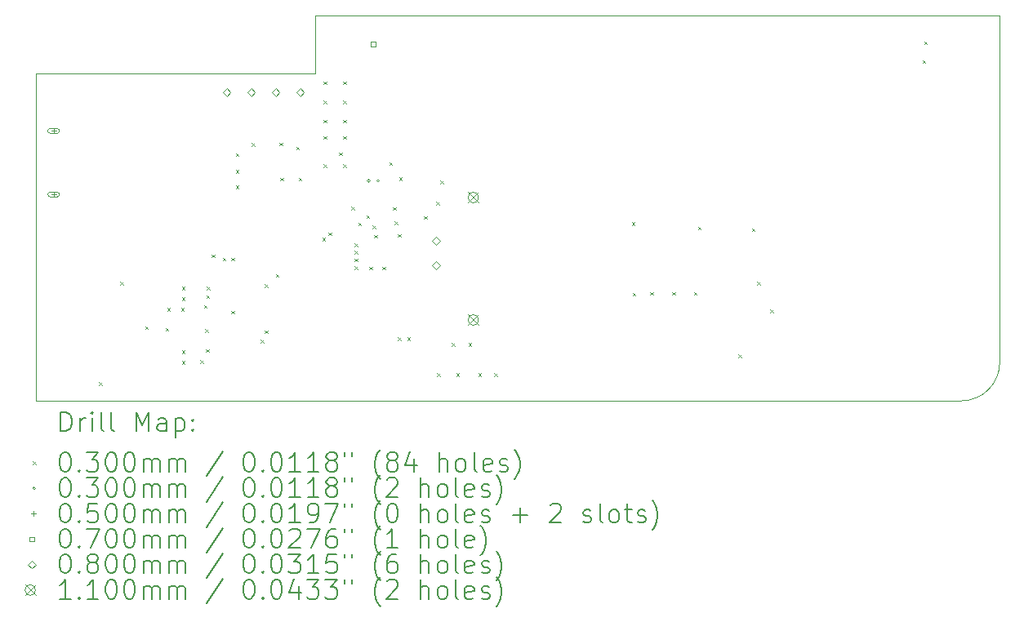
<source format=gbr>
%TF.GenerationSoftware,KiCad,Pcbnew,8.0.6-8.0.6-0~ubuntu22.04.1*%
%TF.CreationDate,2024-10-27T10:41:58+01:00*%
%TF.ProjectId,hackbat,6861636b-6261-4742-9e6b-696361645f70,rev?*%
%TF.SameCoordinates,Original*%
%TF.FileFunction,Drillmap*%
%TF.FilePolarity,Positive*%
%FSLAX45Y45*%
G04 Gerber Fmt 4.5, Leading zero omitted, Abs format (unit mm)*
G04 Created by KiCad (PCBNEW 8.0.6-8.0.6-0~ubuntu22.04.1) date 2024-10-27 10:41:58*
%MOMM*%
%LPD*%
G01*
G04 APERTURE LIST*
%ADD10C,0.050000*%
%ADD11C,0.200000*%
%ADD12C,0.100000*%
%ADD13C,0.110000*%
G04 APERTURE END LIST*
D10*
X23995000Y-7300000D02*
X16900000Y-7300000D01*
X14000000Y-11300000D02*
X23595000Y-11300000D01*
X16900000Y-7300000D02*
X16900000Y-7900000D01*
X23995000Y-10900000D02*
G75*
G02*
X23595000Y-11300000I-400000J0D01*
G01*
X23995000Y-10900000D02*
X23995000Y-7300000D01*
X14000000Y-7900000D02*
X14000000Y-11300000D01*
X16900000Y-7900000D02*
X14000000Y-7900000D01*
D11*
D12*
X14655000Y-11105000D02*
X14685000Y-11135000D01*
X14685000Y-11105000D02*
X14655000Y-11135000D01*
X14875000Y-10065000D02*
X14905000Y-10095000D01*
X14905000Y-10065000D02*
X14875000Y-10095000D01*
X15134000Y-10527500D02*
X15164000Y-10557500D01*
X15164000Y-10527500D02*
X15134000Y-10557500D01*
X15345000Y-10545000D02*
X15375000Y-10575000D01*
X15375000Y-10545000D02*
X15345000Y-10575000D01*
X15364000Y-10335000D02*
X15394000Y-10365000D01*
X15394000Y-10335000D02*
X15364000Y-10365000D01*
X15505000Y-10335000D02*
X15535000Y-10365000D01*
X15535000Y-10335000D02*
X15505000Y-10365000D01*
X15515000Y-10115000D02*
X15545000Y-10145000D01*
X15545000Y-10115000D02*
X15515000Y-10145000D01*
X15515000Y-10225000D02*
X15545000Y-10255000D01*
X15545000Y-10225000D02*
X15515000Y-10255000D01*
X15515000Y-10775000D02*
X15545000Y-10805000D01*
X15545000Y-10775000D02*
X15515000Y-10805000D01*
X15515000Y-10885000D02*
X15545000Y-10915000D01*
X15545000Y-10885000D02*
X15515000Y-10915000D01*
X15707500Y-10877986D02*
X15737500Y-10907986D01*
X15737500Y-10877986D02*
X15707500Y-10907986D01*
X15745000Y-10305000D02*
X15775000Y-10335000D01*
X15775000Y-10305000D02*
X15745000Y-10335000D01*
X15755000Y-10555000D02*
X15785000Y-10585000D01*
X15785000Y-10555000D02*
X15755000Y-10585000D01*
X15765000Y-10765000D02*
X15795000Y-10795000D01*
X15795000Y-10765000D02*
X15765000Y-10795000D01*
X15770000Y-10205000D02*
X15800000Y-10235000D01*
X15800000Y-10205000D02*
X15770000Y-10235000D01*
X15775000Y-10115000D02*
X15805000Y-10145000D01*
X15805000Y-10115000D02*
X15775000Y-10145000D01*
X15825000Y-9780000D02*
X15855000Y-9810000D01*
X15855000Y-9780000D02*
X15825000Y-9810000D01*
X15940000Y-9815000D02*
X15970000Y-9845000D01*
X15970000Y-9815000D02*
X15940000Y-9845000D01*
X16025000Y-9815000D02*
X16055000Y-9845000D01*
X16055000Y-9815000D02*
X16025000Y-9845000D01*
X16025000Y-10365000D02*
X16055000Y-10395000D01*
X16055000Y-10365000D02*
X16025000Y-10395000D01*
X16075000Y-8730000D02*
X16105000Y-8760000D01*
X16105000Y-8730000D02*
X16075000Y-8760000D01*
X16075000Y-8905000D02*
X16105000Y-8935000D01*
X16105000Y-8905000D02*
X16075000Y-8935000D01*
X16075000Y-9065000D02*
X16105000Y-9095000D01*
X16105000Y-9065000D02*
X16075000Y-9095000D01*
X16240000Y-8625000D02*
X16270000Y-8655000D01*
X16270000Y-8625000D02*
X16240000Y-8655000D01*
X16330000Y-10665000D02*
X16360000Y-10695000D01*
X16360000Y-10665000D02*
X16330000Y-10695000D01*
X16375000Y-10090000D02*
X16405000Y-10120000D01*
X16405000Y-10090000D02*
X16375000Y-10120000D01*
X16375000Y-10570000D02*
X16405000Y-10600000D01*
X16405000Y-10570000D02*
X16375000Y-10600000D01*
X16490000Y-9985000D02*
X16520000Y-10015000D01*
X16520000Y-9985000D02*
X16490000Y-10015000D01*
X16527500Y-8620861D02*
X16557500Y-8650861D01*
X16557500Y-8620861D02*
X16527500Y-8650861D01*
X16535000Y-8985000D02*
X16565000Y-9015000D01*
X16565000Y-8985000D02*
X16535000Y-9015000D01*
X16700000Y-8665000D02*
X16730000Y-8695000D01*
X16730000Y-8665000D02*
X16700000Y-8695000D01*
X16725000Y-8985000D02*
X16755000Y-9015000D01*
X16755000Y-8985000D02*
X16725000Y-9015000D01*
X16970000Y-9608650D02*
X17000000Y-9638650D01*
X17000000Y-9608650D02*
X16970000Y-9638650D01*
X16985000Y-7985000D02*
X17015000Y-8015000D01*
X17015000Y-7985000D02*
X16985000Y-8015000D01*
X16985000Y-8185000D02*
X17015000Y-8215000D01*
X17015000Y-8185000D02*
X16985000Y-8215000D01*
X16985000Y-8385000D02*
X17015000Y-8415000D01*
X17015000Y-8385000D02*
X16985000Y-8415000D01*
X16985000Y-8555000D02*
X17015000Y-8585000D01*
X17015000Y-8555000D02*
X16985000Y-8585000D01*
X16985000Y-8845000D02*
X17015000Y-8875000D01*
X17015000Y-8845000D02*
X16985000Y-8875000D01*
X17035000Y-9552300D02*
X17065000Y-9582300D01*
X17065000Y-9552300D02*
X17035000Y-9582300D01*
X17145000Y-8725000D02*
X17175000Y-8755000D01*
X17175000Y-8725000D02*
X17145000Y-8755000D01*
X17185000Y-7985000D02*
X17215000Y-8015000D01*
X17215000Y-7985000D02*
X17185000Y-8015000D01*
X17185000Y-8185000D02*
X17215000Y-8215000D01*
X17215000Y-8185000D02*
X17185000Y-8215000D01*
X17185000Y-8385000D02*
X17215000Y-8415000D01*
X17215000Y-8385000D02*
X17185000Y-8415000D01*
X17185000Y-8555000D02*
X17215000Y-8585000D01*
X17215000Y-8555000D02*
X17185000Y-8585000D01*
X17185000Y-8845000D02*
X17215000Y-8875000D01*
X17215000Y-8845000D02*
X17185000Y-8875000D01*
X17270000Y-9285000D02*
X17300000Y-9315000D01*
X17300000Y-9285000D02*
X17270000Y-9315000D01*
X17305000Y-9665000D02*
X17335000Y-9695000D01*
X17335000Y-9665000D02*
X17305000Y-9695000D01*
X17305000Y-9745000D02*
X17335000Y-9775000D01*
X17335000Y-9745000D02*
X17305000Y-9775000D01*
X17305000Y-9825000D02*
X17335000Y-9855000D01*
X17335000Y-9825000D02*
X17305000Y-9855000D01*
X17305000Y-9905000D02*
X17335000Y-9935000D01*
X17335000Y-9905000D02*
X17305000Y-9935000D01*
X17342238Y-9451350D02*
X17372238Y-9481350D01*
X17372238Y-9451350D02*
X17342238Y-9481350D01*
X17426350Y-9374800D02*
X17456350Y-9404800D01*
X17456350Y-9374800D02*
X17426350Y-9404800D01*
X17460000Y-9910000D02*
X17490000Y-9940000D01*
X17490000Y-9910000D02*
X17460000Y-9940000D01*
X17490000Y-9480000D02*
X17520000Y-9510000D01*
X17520000Y-9480000D02*
X17490000Y-9510000D01*
X17510000Y-9580000D02*
X17540000Y-9610000D01*
X17540000Y-9580000D02*
X17510000Y-9610000D01*
X17595000Y-9910000D02*
X17625000Y-9940000D01*
X17625000Y-9910000D02*
X17595000Y-9940000D01*
X17665000Y-8825000D02*
X17695000Y-8855000D01*
X17695000Y-8825000D02*
X17665000Y-8855000D01*
X17703650Y-9290000D02*
X17733650Y-9320000D01*
X17733650Y-9290000D02*
X17703650Y-9320000D01*
X17720000Y-9440000D02*
X17750000Y-9470000D01*
X17750000Y-9440000D02*
X17720000Y-9470000D01*
X17755000Y-9570000D02*
X17785000Y-9600000D01*
X17785000Y-9570000D02*
X17755000Y-9600000D01*
X17755000Y-10640000D02*
X17785000Y-10670000D01*
X17785000Y-10640000D02*
X17755000Y-10670000D01*
X17766074Y-8979726D02*
X17796074Y-9009726D01*
X17796074Y-8979726D02*
X17766074Y-9009726D01*
X17850000Y-10640000D02*
X17880000Y-10670000D01*
X17880000Y-10640000D02*
X17850000Y-10670000D01*
X18025000Y-9385000D02*
X18055000Y-9415000D01*
X18055000Y-9385000D02*
X18025000Y-9415000D01*
X18151000Y-9235000D02*
X18181000Y-9265000D01*
X18181000Y-9235000D02*
X18151000Y-9265000D01*
X18160000Y-11015000D02*
X18190000Y-11045000D01*
X18190000Y-11015000D02*
X18160000Y-11045000D01*
X18195000Y-9015000D02*
X18225000Y-9045000D01*
X18225000Y-9015000D02*
X18195000Y-9045000D01*
X18315000Y-10700000D02*
X18345000Y-10730000D01*
X18345000Y-10700000D02*
X18315000Y-10730000D01*
X18360000Y-11015000D02*
X18390000Y-11045000D01*
X18390000Y-11015000D02*
X18360000Y-11045000D01*
X18485000Y-10700000D02*
X18515000Y-10730000D01*
X18515000Y-10700000D02*
X18485000Y-10730000D01*
X18590000Y-11015000D02*
X18620000Y-11045000D01*
X18620000Y-11015000D02*
X18590000Y-11045000D01*
X18755000Y-11015000D02*
X18785000Y-11045000D01*
X18785000Y-11015000D02*
X18755000Y-11045000D01*
X20180000Y-9445000D02*
X20210000Y-9475000D01*
X20210000Y-9445000D02*
X20180000Y-9475000D01*
X20190000Y-10180000D02*
X20220000Y-10210000D01*
X20220000Y-10180000D02*
X20190000Y-10210000D01*
X20370000Y-10170000D02*
X20400000Y-10200000D01*
X20400000Y-10170000D02*
X20370000Y-10200000D01*
X20597500Y-10170000D02*
X20627500Y-10200000D01*
X20627500Y-10170000D02*
X20597500Y-10200000D01*
X20825000Y-10170000D02*
X20855000Y-10200000D01*
X20855000Y-10170000D02*
X20825000Y-10200000D01*
X20865000Y-9495000D02*
X20895000Y-9525000D01*
X20895000Y-9495000D02*
X20865000Y-9525000D01*
X21285000Y-10820000D02*
X21315000Y-10850000D01*
X21315000Y-10820000D02*
X21285000Y-10850000D01*
X21425000Y-9510000D02*
X21455000Y-9540000D01*
X21455000Y-9510000D02*
X21425000Y-9540000D01*
X21480000Y-10065000D02*
X21510000Y-10095000D01*
X21510000Y-10065000D02*
X21480000Y-10095000D01*
X21615000Y-10355000D02*
X21645000Y-10385000D01*
X21645000Y-10355000D02*
X21615000Y-10385000D01*
X23195000Y-7765000D02*
X23225000Y-7795000D01*
X23225000Y-7765000D02*
X23195000Y-7795000D01*
X23210000Y-7570000D02*
X23240000Y-7600000D01*
X23240000Y-7570000D02*
X23210000Y-7600000D01*
X17465000Y-9017500D02*
G75*
G02*
X17435000Y-9017500I-15000J0D01*
G01*
X17435000Y-9017500D02*
G75*
G02*
X17465000Y-9017500I15000J0D01*
G01*
X17565000Y-9017500D02*
G75*
G02*
X17535000Y-9017500I-15000J0D01*
G01*
X17535000Y-9017500D02*
G75*
G02*
X17565000Y-9017500I15000J0D01*
G01*
X14185000Y-8475000D02*
X14185000Y-8525000D01*
X14160000Y-8500000D02*
X14210000Y-8500000D01*
X14150000Y-8525000D02*
X14220000Y-8525000D01*
X14220000Y-8475000D02*
G75*
G02*
X14220000Y-8525000I0J-25000D01*
G01*
X14220000Y-8475000D02*
X14150000Y-8475000D01*
X14150000Y-8475000D02*
G75*
G03*
X14150000Y-8525000I0J-25000D01*
G01*
X14185000Y-9135000D02*
X14185000Y-9185000D01*
X14160000Y-9160000D02*
X14210000Y-9160000D01*
X14150000Y-9185000D02*
X14220000Y-9185000D01*
X14220000Y-9135000D02*
G75*
G02*
X14220000Y-9185000I0J-25000D01*
G01*
X14220000Y-9135000D02*
X14150000Y-9135000D01*
X14150000Y-9135000D02*
G75*
G03*
X14150000Y-9185000I0J-25000D01*
G01*
X17524749Y-7624749D02*
X17524749Y-7575251D01*
X17475251Y-7575251D01*
X17475251Y-7624749D01*
X17524749Y-7624749D01*
X15980000Y-8140000D02*
X16020000Y-8100000D01*
X15980000Y-8060000D01*
X15940000Y-8100000D01*
X15980000Y-8140000D01*
X16234000Y-8140000D02*
X16274000Y-8100000D01*
X16234000Y-8060000D01*
X16194000Y-8100000D01*
X16234000Y-8140000D01*
X16488000Y-8140000D02*
X16528000Y-8100000D01*
X16488000Y-8060000D01*
X16448000Y-8100000D01*
X16488000Y-8140000D01*
X16742000Y-8140000D02*
X16782000Y-8100000D01*
X16742000Y-8060000D01*
X16702000Y-8100000D01*
X16742000Y-8140000D01*
X18150000Y-9680000D02*
X18190000Y-9640000D01*
X18150000Y-9600000D01*
X18110000Y-9640000D01*
X18150000Y-9680000D01*
X18150000Y-9934000D02*
X18190000Y-9894000D01*
X18150000Y-9854000D01*
X18110000Y-9894000D01*
X18150000Y-9934000D01*
D13*
X18481750Y-9135750D02*
X18591750Y-9245750D01*
X18591750Y-9135750D02*
X18481750Y-9245750D01*
X18591750Y-9190750D02*
G75*
G02*
X18481750Y-9190750I-55000J0D01*
G01*
X18481750Y-9190750D02*
G75*
G02*
X18591750Y-9190750I55000J0D01*
G01*
X18481750Y-10405750D02*
X18591750Y-10515750D01*
X18591750Y-10405750D02*
X18481750Y-10515750D01*
X18591750Y-10460750D02*
G75*
G02*
X18481750Y-10460750I-55000J0D01*
G01*
X18481750Y-10460750D02*
G75*
G02*
X18591750Y-10460750I55000J0D01*
G01*
D11*
X14258277Y-11613984D02*
X14258277Y-11413984D01*
X14258277Y-11413984D02*
X14305896Y-11413984D01*
X14305896Y-11413984D02*
X14334467Y-11423508D01*
X14334467Y-11423508D02*
X14353515Y-11442555D01*
X14353515Y-11442555D02*
X14363039Y-11461603D01*
X14363039Y-11461603D02*
X14372562Y-11499698D01*
X14372562Y-11499698D02*
X14372562Y-11528269D01*
X14372562Y-11528269D02*
X14363039Y-11566365D01*
X14363039Y-11566365D02*
X14353515Y-11585412D01*
X14353515Y-11585412D02*
X14334467Y-11604460D01*
X14334467Y-11604460D02*
X14305896Y-11613984D01*
X14305896Y-11613984D02*
X14258277Y-11613984D01*
X14458277Y-11613984D02*
X14458277Y-11480650D01*
X14458277Y-11518746D02*
X14467801Y-11499698D01*
X14467801Y-11499698D02*
X14477324Y-11490174D01*
X14477324Y-11490174D02*
X14496372Y-11480650D01*
X14496372Y-11480650D02*
X14515420Y-11480650D01*
X14582086Y-11613984D02*
X14582086Y-11480650D01*
X14582086Y-11413984D02*
X14572562Y-11423508D01*
X14572562Y-11423508D02*
X14582086Y-11433031D01*
X14582086Y-11433031D02*
X14591610Y-11423508D01*
X14591610Y-11423508D02*
X14582086Y-11413984D01*
X14582086Y-11413984D02*
X14582086Y-11433031D01*
X14705896Y-11613984D02*
X14686848Y-11604460D01*
X14686848Y-11604460D02*
X14677324Y-11585412D01*
X14677324Y-11585412D02*
X14677324Y-11413984D01*
X14810658Y-11613984D02*
X14791610Y-11604460D01*
X14791610Y-11604460D02*
X14782086Y-11585412D01*
X14782086Y-11585412D02*
X14782086Y-11413984D01*
X15039229Y-11613984D02*
X15039229Y-11413984D01*
X15039229Y-11413984D02*
X15105896Y-11556841D01*
X15105896Y-11556841D02*
X15172562Y-11413984D01*
X15172562Y-11413984D02*
X15172562Y-11613984D01*
X15353515Y-11613984D02*
X15353515Y-11509222D01*
X15353515Y-11509222D02*
X15343991Y-11490174D01*
X15343991Y-11490174D02*
X15324943Y-11480650D01*
X15324943Y-11480650D02*
X15286848Y-11480650D01*
X15286848Y-11480650D02*
X15267801Y-11490174D01*
X15353515Y-11604460D02*
X15334467Y-11613984D01*
X15334467Y-11613984D02*
X15286848Y-11613984D01*
X15286848Y-11613984D02*
X15267801Y-11604460D01*
X15267801Y-11604460D02*
X15258277Y-11585412D01*
X15258277Y-11585412D02*
X15258277Y-11566365D01*
X15258277Y-11566365D02*
X15267801Y-11547317D01*
X15267801Y-11547317D02*
X15286848Y-11537793D01*
X15286848Y-11537793D02*
X15334467Y-11537793D01*
X15334467Y-11537793D02*
X15353515Y-11528269D01*
X15448753Y-11480650D02*
X15448753Y-11680650D01*
X15448753Y-11490174D02*
X15467801Y-11480650D01*
X15467801Y-11480650D02*
X15505896Y-11480650D01*
X15505896Y-11480650D02*
X15524943Y-11490174D01*
X15524943Y-11490174D02*
X15534467Y-11499698D01*
X15534467Y-11499698D02*
X15543991Y-11518746D01*
X15543991Y-11518746D02*
X15543991Y-11575888D01*
X15543991Y-11575888D02*
X15534467Y-11594936D01*
X15534467Y-11594936D02*
X15524943Y-11604460D01*
X15524943Y-11604460D02*
X15505896Y-11613984D01*
X15505896Y-11613984D02*
X15467801Y-11613984D01*
X15467801Y-11613984D02*
X15448753Y-11604460D01*
X15629705Y-11594936D02*
X15639229Y-11604460D01*
X15639229Y-11604460D02*
X15629705Y-11613984D01*
X15629705Y-11613984D02*
X15620182Y-11604460D01*
X15620182Y-11604460D02*
X15629705Y-11594936D01*
X15629705Y-11594936D02*
X15629705Y-11613984D01*
X15629705Y-11490174D02*
X15639229Y-11499698D01*
X15639229Y-11499698D02*
X15629705Y-11509222D01*
X15629705Y-11509222D02*
X15620182Y-11499698D01*
X15620182Y-11499698D02*
X15629705Y-11490174D01*
X15629705Y-11490174D02*
X15629705Y-11509222D01*
D12*
X13967500Y-11927500D02*
X13997500Y-11957500D01*
X13997500Y-11927500D02*
X13967500Y-11957500D01*
D11*
X14296372Y-11833984D02*
X14315420Y-11833984D01*
X14315420Y-11833984D02*
X14334467Y-11843508D01*
X14334467Y-11843508D02*
X14343991Y-11853031D01*
X14343991Y-11853031D02*
X14353515Y-11872079D01*
X14353515Y-11872079D02*
X14363039Y-11910174D01*
X14363039Y-11910174D02*
X14363039Y-11957793D01*
X14363039Y-11957793D02*
X14353515Y-11995888D01*
X14353515Y-11995888D02*
X14343991Y-12014936D01*
X14343991Y-12014936D02*
X14334467Y-12024460D01*
X14334467Y-12024460D02*
X14315420Y-12033984D01*
X14315420Y-12033984D02*
X14296372Y-12033984D01*
X14296372Y-12033984D02*
X14277324Y-12024460D01*
X14277324Y-12024460D02*
X14267801Y-12014936D01*
X14267801Y-12014936D02*
X14258277Y-11995888D01*
X14258277Y-11995888D02*
X14248753Y-11957793D01*
X14248753Y-11957793D02*
X14248753Y-11910174D01*
X14248753Y-11910174D02*
X14258277Y-11872079D01*
X14258277Y-11872079D02*
X14267801Y-11853031D01*
X14267801Y-11853031D02*
X14277324Y-11843508D01*
X14277324Y-11843508D02*
X14296372Y-11833984D01*
X14448753Y-12014936D02*
X14458277Y-12024460D01*
X14458277Y-12024460D02*
X14448753Y-12033984D01*
X14448753Y-12033984D02*
X14439229Y-12024460D01*
X14439229Y-12024460D02*
X14448753Y-12014936D01*
X14448753Y-12014936D02*
X14448753Y-12033984D01*
X14524943Y-11833984D02*
X14648753Y-11833984D01*
X14648753Y-11833984D02*
X14582086Y-11910174D01*
X14582086Y-11910174D02*
X14610658Y-11910174D01*
X14610658Y-11910174D02*
X14629705Y-11919698D01*
X14629705Y-11919698D02*
X14639229Y-11929222D01*
X14639229Y-11929222D02*
X14648753Y-11948269D01*
X14648753Y-11948269D02*
X14648753Y-11995888D01*
X14648753Y-11995888D02*
X14639229Y-12014936D01*
X14639229Y-12014936D02*
X14629705Y-12024460D01*
X14629705Y-12024460D02*
X14610658Y-12033984D01*
X14610658Y-12033984D02*
X14553515Y-12033984D01*
X14553515Y-12033984D02*
X14534467Y-12024460D01*
X14534467Y-12024460D02*
X14524943Y-12014936D01*
X14772562Y-11833984D02*
X14791610Y-11833984D01*
X14791610Y-11833984D02*
X14810658Y-11843508D01*
X14810658Y-11843508D02*
X14820182Y-11853031D01*
X14820182Y-11853031D02*
X14829705Y-11872079D01*
X14829705Y-11872079D02*
X14839229Y-11910174D01*
X14839229Y-11910174D02*
X14839229Y-11957793D01*
X14839229Y-11957793D02*
X14829705Y-11995888D01*
X14829705Y-11995888D02*
X14820182Y-12014936D01*
X14820182Y-12014936D02*
X14810658Y-12024460D01*
X14810658Y-12024460D02*
X14791610Y-12033984D01*
X14791610Y-12033984D02*
X14772562Y-12033984D01*
X14772562Y-12033984D02*
X14753515Y-12024460D01*
X14753515Y-12024460D02*
X14743991Y-12014936D01*
X14743991Y-12014936D02*
X14734467Y-11995888D01*
X14734467Y-11995888D02*
X14724943Y-11957793D01*
X14724943Y-11957793D02*
X14724943Y-11910174D01*
X14724943Y-11910174D02*
X14734467Y-11872079D01*
X14734467Y-11872079D02*
X14743991Y-11853031D01*
X14743991Y-11853031D02*
X14753515Y-11843508D01*
X14753515Y-11843508D02*
X14772562Y-11833984D01*
X14963039Y-11833984D02*
X14982086Y-11833984D01*
X14982086Y-11833984D02*
X15001134Y-11843508D01*
X15001134Y-11843508D02*
X15010658Y-11853031D01*
X15010658Y-11853031D02*
X15020182Y-11872079D01*
X15020182Y-11872079D02*
X15029705Y-11910174D01*
X15029705Y-11910174D02*
X15029705Y-11957793D01*
X15029705Y-11957793D02*
X15020182Y-11995888D01*
X15020182Y-11995888D02*
X15010658Y-12014936D01*
X15010658Y-12014936D02*
X15001134Y-12024460D01*
X15001134Y-12024460D02*
X14982086Y-12033984D01*
X14982086Y-12033984D02*
X14963039Y-12033984D01*
X14963039Y-12033984D02*
X14943991Y-12024460D01*
X14943991Y-12024460D02*
X14934467Y-12014936D01*
X14934467Y-12014936D02*
X14924943Y-11995888D01*
X14924943Y-11995888D02*
X14915420Y-11957793D01*
X14915420Y-11957793D02*
X14915420Y-11910174D01*
X14915420Y-11910174D02*
X14924943Y-11872079D01*
X14924943Y-11872079D02*
X14934467Y-11853031D01*
X14934467Y-11853031D02*
X14943991Y-11843508D01*
X14943991Y-11843508D02*
X14963039Y-11833984D01*
X15115420Y-12033984D02*
X15115420Y-11900650D01*
X15115420Y-11919698D02*
X15124943Y-11910174D01*
X15124943Y-11910174D02*
X15143991Y-11900650D01*
X15143991Y-11900650D02*
X15172563Y-11900650D01*
X15172563Y-11900650D02*
X15191610Y-11910174D01*
X15191610Y-11910174D02*
X15201134Y-11929222D01*
X15201134Y-11929222D02*
X15201134Y-12033984D01*
X15201134Y-11929222D02*
X15210658Y-11910174D01*
X15210658Y-11910174D02*
X15229705Y-11900650D01*
X15229705Y-11900650D02*
X15258277Y-11900650D01*
X15258277Y-11900650D02*
X15277324Y-11910174D01*
X15277324Y-11910174D02*
X15286848Y-11929222D01*
X15286848Y-11929222D02*
X15286848Y-12033984D01*
X15382086Y-12033984D02*
X15382086Y-11900650D01*
X15382086Y-11919698D02*
X15391610Y-11910174D01*
X15391610Y-11910174D02*
X15410658Y-11900650D01*
X15410658Y-11900650D02*
X15439229Y-11900650D01*
X15439229Y-11900650D02*
X15458277Y-11910174D01*
X15458277Y-11910174D02*
X15467801Y-11929222D01*
X15467801Y-11929222D02*
X15467801Y-12033984D01*
X15467801Y-11929222D02*
X15477324Y-11910174D01*
X15477324Y-11910174D02*
X15496372Y-11900650D01*
X15496372Y-11900650D02*
X15524943Y-11900650D01*
X15524943Y-11900650D02*
X15543991Y-11910174D01*
X15543991Y-11910174D02*
X15553515Y-11929222D01*
X15553515Y-11929222D02*
X15553515Y-12033984D01*
X15943991Y-11824460D02*
X15772563Y-12081603D01*
X16201134Y-11833984D02*
X16220182Y-11833984D01*
X16220182Y-11833984D02*
X16239229Y-11843508D01*
X16239229Y-11843508D02*
X16248753Y-11853031D01*
X16248753Y-11853031D02*
X16258277Y-11872079D01*
X16258277Y-11872079D02*
X16267801Y-11910174D01*
X16267801Y-11910174D02*
X16267801Y-11957793D01*
X16267801Y-11957793D02*
X16258277Y-11995888D01*
X16258277Y-11995888D02*
X16248753Y-12014936D01*
X16248753Y-12014936D02*
X16239229Y-12024460D01*
X16239229Y-12024460D02*
X16220182Y-12033984D01*
X16220182Y-12033984D02*
X16201134Y-12033984D01*
X16201134Y-12033984D02*
X16182086Y-12024460D01*
X16182086Y-12024460D02*
X16172563Y-12014936D01*
X16172563Y-12014936D02*
X16163039Y-11995888D01*
X16163039Y-11995888D02*
X16153515Y-11957793D01*
X16153515Y-11957793D02*
X16153515Y-11910174D01*
X16153515Y-11910174D02*
X16163039Y-11872079D01*
X16163039Y-11872079D02*
X16172563Y-11853031D01*
X16172563Y-11853031D02*
X16182086Y-11843508D01*
X16182086Y-11843508D02*
X16201134Y-11833984D01*
X16353515Y-12014936D02*
X16363039Y-12024460D01*
X16363039Y-12024460D02*
X16353515Y-12033984D01*
X16353515Y-12033984D02*
X16343991Y-12024460D01*
X16343991Y-12024460D02*
X16353515Y-12014936D01*
X16353515Y-12014936D02*
X16353515Y-12033984D01*
X16486848Y-11833984D02*
X16505896Y-11833984D01*
X16505896Y-11833984D02*
X16524944Y-11843508D01*
X16524944Y-11843508D02*
X16534467Y-11853031D01*
X16534467Y-11853031D02*
X16543991Y-11872079D01*
X16543991Y-11872079D02*
X16553515Y-11910174D01*
X16553515Y-11910174D02*
X16553515Y-11957793D01*
X16553515Y-11957793D02*
X16543991Y-11995888D01*
X16543991Y-11995888D02*
X16534467Y-12014936D01*
X16534467Y-12014936D02*
X16524944Y-12024460D01*
X16524944Y-12024460D02*
X16505896Y-12033984D01*
X16505896Y-12033984D02*
X16486848Y-12033984D01*
X16486848Y-12033984D02*
X16467801Y-12024460D01*
X16467801Y-12024460D02*
X16458277Y-12014936D01*
X16458277Y-12014936D02*
X16448753Y-11995888D01*
X16448753Y-11995888D02*
X16439229Y-11957793D01*
X16439229Y-11957793D02*
X16439229Y-11910174D01*
X16439229Y-11910174D02*
X16448753Y-11872079D01*
X16448753Y-11872079D02*
X16458277Y-11853031D01*
X16458277Y-11853031D02*
X16467801Y-11843508D01*
X16467801Y-11843508D02*
X16486848Y-11833984D01*
X16743991Y-12033984D02*
X16629706Y-12033984D01*
X16686848Y-12033984D02*
X16686848Y-11833984D01*
X16686848Y-11833984D02*
X16667801Y-11862555D01*
X16667801Y-11862555D02*
X16648753Y-11881603D01*
X16648753Y-11881603D02*
X16629706Y-11891127D01*
X16934468Y-12033984D02*
X16820182Y-12033984D01*
X16877325Y-12033984D02*
X16877325Y-11833984D01*
X16877325Y-11833984D02*
X16858277Y-11862555D01*
X16858277Y-11862555D02*
X16839229Y-11881603D01*
X16839229Y-11881603D02*
X16820182Y-11891127D01*
X17048753Y-11919698D02*
X17029706Y-11910174D01*
X17029706Y-11910174D02*
X17020182Y-11900650D01*
X17020182Y-11900650D02*
X17010658Y-11881603D01*
X17010658Y-11881603D02*
X17010658Y-11872079D01*
X17010658Y-11872079D02*
X17020182Y-11853031D01*
X17020182Y-11853031D02*
X17029706Y-11843508D01*
X17029706Y-11843508D02*
X17048753Y-11833984D01*
X17048753Y-11833984D02*
X17086849Y-11833984D01*
X17086849Y-11833984D02*
X17105896Y-11843508D01*
X17105896Y-11843508D02*
X17115420Y-11853031D01*
X17115420Y-11853031D02*
X17124944Y-11872079D01*
X17124944Y-11872079D02*
X17124944Y-11881603D01*
X17124944Y-11881603D02*
X17115420Y-11900650D01*
X17115420Y-11900650D02*
X17105896Y-11910174D01*
X17105896Y-11910174D02*
X17086849Y-11919698D01*
X17086849Y-11919698D02*
X17048753Y-11919698D01*
X17048753Y-11919698D02*
X17029706Y-11929222D01*
X17029706Y-11929222D02*
X17020182Y-11938746D01*
X17020182Y-11938746D02*
X17010658Y-11957793D01*
X17010658Y-11957793D02*
X17010658Y-11995888D01*
X17010658Y-11995888D02*
X17020182Y-12014936D01*
X17020182Y-12014936D02*
X17029706Y-12024460D01*
X17029706Y-12024460D02*
X17048753Y-12033984D01*
X17048753Y-12033984D02*
X17086849Y-12033984D01*
X17086849Y-12033984D02*
X17105896Y-12024460D01*
X17105896Y-12024460D02*
X17115420Y-12014936D01*
X17115420Y-12014936D02*
X17124944Y-11995888D01*
X17124944Y-11995888D02*
X17124944Y-11957793D01*
X17124944Y-11957793D02*
X17115420Y-11938746D01*
X17115420Y-11938746D02*
X17105896Y-11929222D01*
X17105896Y-11929222D02*
X17086849Y-11919698D01*
X17201134Y-11833984D02*
X17201134Y-11872079D01*
X17277325Y-11833984D02*
X17277325Y-11872079D01*
X17572563Y-12110174D02*
X17563039Y-12100650D01*
X17563039Y-12100650D02*
X17543991Y-12072079D01*
X17543991Y-12072079D02*
X17534468Y-12053031D01*
X17534468Y-12053031D02*
X17524944Y-12024460D01*
X17524944Y-12024460D02*
X17515420Y-11976841D01*
X17515420Y-11976841D02*
X17515420Y-11938746D01*
X17515420Y-11938746D02*
X17524944Y-11891127D01*
X17524944Y-11891127D02*
X17534468Y-11862555D01*
X17534468Y-11862555D02*
X17543991Y-11843508D01*
X17543991Y-11843508D02*
X17563039Y-11814936D01*
X17563039Y-11814936D02*
X17572563Y-11805412D01*
X17677325Y-11919698D02*
X17658277Y-11910174D01*
X17658277Y-11910174D02*
X17648753Y-11900650D01*
X17648753Y-11900650D02*
X17639230Y-11881603D01*
X17639230Y-11881603D02*
X17639230Y-11872079D01*
X17639230Y-11872079D02*
X17648753Y-11853031D01*
X17648753Y-11853031D02*
X17658277Y-11843508D01*
X17658277Y-11843508D02*
X17677325Y-11833984D01*
X17677325Y-11833984D02*
X17715420Y-11833984D01*
X17715420Y-11833984D02*
X17734468Y-11843508D01*
X17734468Y-11843508D02*
X17743991Y-11853031D01*
X17743991Y-11853031D02*
X17753515Y-11872079D01*
X17753515Y-11872079D02*
X17753515Y-11881603D01*
X17753515Y-11881603D02*
X17743991Y-11900650D01*
X17743991Y-11900650D02*
X17734468Y-11910174D01*
X17734468Y-11910174D02*
X17715420Y-11919698D01*
X17715420Y-11919698D02*
X17677325Y-11919698D01*
X17677325Y-11919698D02*
X17658277Y-11929222D01*
X17658277Y-11929222D02*
X17648753Y-11938746D01*
X17648753Y-11938746D02*
X17639230Y-11957793D01*
X17639230Y-11957793D02*
X17639230Y-11995888D01*
X17639230Y-11995888D02*
X17648753Y-12014936D01*
X17648753Y-12014936D02*
X17658277Y-12024460D01*
X17658277Y-12024460D02*
X17677325Y-12033984D01*
X17677325Y-12033984D02*
X17715420Y-12033984D01*
X17715420Y-12033984D02*
X17734468Y-12024460D01*
X17734468Y-12024460D02*
X17743991Y-12014936D01*
X17743991Y-12014936D02*
X17753515Y-11995888D01*
X17753515Y-11995888D02*
X17753515Y-11957793D01*
X17753515Y-11957793D02*
X17743991Y-11938746D01*
X17743991Y-11938746D02*
X17734468Y-11929222D01*
X17734468Y-11929222D02*
X17715420Y-11919698D01*
X17924944Y-11900650D02*
X17924944Y-12033984D01*
X17877325Y-11824460D02*
X17829706Y-11967317D01*
X17829706Y-11967317D02*
X17953515Y-11967317D01*
X18182087Y-12033984D02*
X18182087Y-11833984D01*
X18267801Y-12033984D02*
X18267801Y-11929222D01*
X18267801Y-11929222D02*
X18258277Y-11910174D01*
X18258277Y-11910174D02*
X18239230Y-11900650D01*
X18239230Y-11900650D02*
X18210658Y-11900650D01*
X18210658Y-11900650D02*
X18191611Y-11910174D01*
X18191611Y-11910174D02*
X18182087Y-11919698D01*
X18391611Y-12033984D02*
X18372563Y-12024460D01*
X18372563Y-12024460D02*
X18363039Y-12014936D01*
X18363039Y-12014936D02*
X18353515Y-11995888D01*
X18353515Y-11995888D02*
X18353515Y-11938746D01*
X18353515Y-11938746D02*
X18363039Y-11919698D01*
X18363039Y-11919698D02*
X18372563Y-11910174D01*
X18372563Y-11910174D02*
X18391611Y-11900650D01*
X18391611Y-11900650D02*
X18420182Y-11900650D01*
X18420182Y-11900650D02*
X18439230Y-11910174D01*
X18439230Y-11910174D02*
X18448753Y-11919698D01*
X18448753Y-11919698D02*
X18458277Y-11938746D01*
X18458277Y-11938746D02*
X18458277Y-11995888D01*
X18458277Y-11995888D02*
X18448753Y-12014936D01*
X18448753Y-12014936D02*
X18439230Y-12024460D01*
X18439230Y-12024460D02*
X18420182Y-12033984D01*
X18420182Y-12033984D02*
X18391611Y-12033984D01*
X18572563Y-12033984D02*
X18553515Y-12024460D01*
X18553515Y-12024460D02*
X18543992Y-12005412D01*
X18543992Y-12005412D02*
X18543992Y-11833984D01*
X18724944Y-12024460D02*
X18705896Y-12033984D01*
X18705896Y-12033984D02*
X18667801Y-12033984D01*
X18667801Y-12033984D02*
X18648753Y-12024460D01*
X18648753Y-12024460D02*
X18639230Y-12005412D01*
X18639230Y-12005412D02*
X18639230Y-11929222D01*
X18639230Y-11929222D02*
X18648753Y-11910174D01*
X18648753Y-11910174D02*
X18667801Y-11900650D01*
X18667801Y-11900650D02*
X18705896Y-11900650D01*
X18705896Y-11900650D02*
X18724944Y-11910174D01*
X18724944Y-11910174D02*
X18734468Y-11929222D01*
X18734468Y-11929222D02*
X18734468Y-11948269D01*
X18734468Y-11948269D02*
X18639230Y-11967317D01*
X18810658Y-12024460D02*
X18829706Y-12033984D01*
X18829706Y-12033984D02*
X18867801Y-12033984D01*
X18867801Y-12033984D02*
X18886849Y-12024460D01*
X18886849Y-12024460D02*
X18896373Y-12005412D01*
X18896373Y-12005412D02*
X18896373Y-11995888D01*
X18896373Y-11995888D02*
X18886849Y-11976841D01*
X18886849Y-11976841D02*
X18867801Y-11967317D01*
X18867801Y-11967317D02*
X18839230Y-11967317D01*
X18839230Y-11967317D02*
X18820182Y-11957793D01*
X18820182Y-11957793D02*
X18810658Y-11938746D01*
X18810658Y-11938746D02*
X18810658Y-11929222D01*
X18810658Y-11929222D02*
X18820182Y-11910174D01*
X18820182Y-11910174D02*
X18839230Y-11900650D01*
X18839230Y-11900650D02*
X18867801Y-11900650D01*
X18867801Y-11900650D02*
X18886849Y-11910174D01*
X18963039Y-12110174D02*
X18972563Y-12100650D01*
X18972563Y-12100650D02*
X18991611Y-12072079D01*
X18991611Y-12072079D02*
X19001134Y-12053031D01*
X19001134Y-12053031D02*
X19010658Y-12024460D01*
X19010658Y-12024460D02*
X19020182Y-11976841D01*
X19020182Y-11976841D02*
X19020182Y-11938746D01*
X19020182Y-11938746D02*
X19010658Y-11891127D01*
X19010658Y-11891127D02*
X19001134Y-11862555D01*
X19001134Y-11862555D02*
X18991611Y-11843508D01*
X18991611Y-11843508D02*
X18972563Y-11814936D01*
X18972563Y-11814936D02*
X18963039Y-11805412D01*
D12*
X13997500Y-12206500D02*
G75*
G02*
X13967500Y-12206500I-15000J0D01*
G01*
X13967500Y-12206500D02*
G75*
G02*
X13997500Y-12206500I15000J0D01*
G01*
D11*
X14296372Y-12097984D02*
X14315420Y-12097984D01*
X14315420Y-12097984D02*
X14334467Y-12107508D01*
X14334467Y-12107508D02*
X14343991Y-12117031D01*
X14343991Y-12117031D02*
X14353515Y-12136079D01*
X14353515Y-12136079D02*
X14363039Y-12174174D01*
X14363039Y-12174174D02*
X14363039Y-12221793D01*
X14363039Y-12221793D02*
X14353515Y-12259888D01*
X14353515Y-12259888D02*
X14343991Y-12278936D01*
X14343991Y-12278936D02*
X14334467Y-12288460D01*
X14334467Y-12288460D02*
X14315420Y-12297984D01*
X14315420Y-12297984D02*
X14296372Y-12297984D01*
X14296372Y-12297984D02*
X14277324Y-12288460D01*
X14277324Y-12288460D02*
X14267801Y-12278936D01*
X14267801Y-12278936D02*
X14258277Y-12259888D01*
X14258277Y-12259888D02*
X14248753Y-12221793D01*
X14248753Y-12221793D02*
X14248753Y-12174174D01*
X14248753Y-12174174D02*
X14258277Y-12136079D01*
X14258277Y-12136079D02*
X14267801Y-12117031D01*
X14267801Y-12117031D02*
X14277324Y-12107508D01*
X14277324Y-12107508D02*
X14296372Y-12097984D01*
X14448753Y-12278936D02*
X14458277Y-12288460D01*
X14458277Y-12288460D02*
X14448753Y-12297984D01*
X14448753Y-12297984D02*
X14439229Y-12288460D01*
X14439229Y-12288460D02*
X14448753Y-12278936D01*
X14448753Y-12278936D02*
X14448753Y-12297984D01*
X14524943Y-12097984D02*
X14648753Y-12097984D01*
X14648753Y-12097984D02*
X14582086Y-12174174D01*
X14582086Y-12174174D02*
X14610658Y-12174174D01*
X14610658Y-12174174D02*
X14629705Y-12183698D01*
X14629705Y-12183698D02*
X14639229Y-12193222D01*
X14639229Y-12193222D02*
X14648753Y-12212269D01*
X14648753Y-12212269D02*
X14648753Y-12259888D01*
X14648753Y-12259888D02*
X14639229Y-12278936D01*
X14639229Y-12278936D02*
X14629705Y-12288460D01*
X14629705Y-12288460D02*
X14610658Y-12297984D01*
X14610658Y-12297984D02*
X14553515Y-12297984D01*
X14553515Y-12297984D02*
X14534467Y-12288460D01*
X14534467Y-12288460D02*
X14524943Y-12278936D01*
X14772562Y-12097984D02*
X14791610Y-12097984D01*
X14791610Y-12097984D02*
X14810658Y-12107508D01*
X14810658Y-12107508D02*
X14820182Y-12117031D01*
X14820182Y-12117031D02*
X14829705Y-12136079D01*
X14829705Y-12136079D02*
X14839229Y-12174174D01*
X14839229Y-12174174D02*
X14839229Y-12221793D01*
X14839229Y-12221793D02*
X14829705Y-12259888D01*
X14829705Y-12259888D02*
X14820182Y-12278936D01*
X14820182Y-12278936D02*
X14810658Y-12288460D01*
X14810658Y-12288460D02*
X14791610Y-12297984D01*
X14791610Y-12297984D02*
X14772562Y-12297984D01*
X14772562Y-12297984D02*
X14753515Y-12288460D01*
X14753515Y-12288460D02*
X14743991Y-12278936D01*
X14743991Y-12278936D02*
X14734467Y-12259888D01*
X14734467Y-12259888D02*
X14724943Y-12221793D01*
X14724943Y-12221793D02*
X14724943Y-12174174D01*
X14724943Y-12174174D02*
X14734467Y-12136079D01*
X14734467Y-12136079D02*
X14743991Y-12117031D01*
X14743991Y-12117031D02*
X14753515Y-12107508D01*
X14753515Y-12107508D02*
X14772562Y-12097984D01*
X14963039Y-12097984D02*
X14982086Y-12097984D01*
X14982086Y-12097984D02*
X15001134Y-12107508D01*
X15001134Y-12107508D02*
X15010658Y-12117031D01*
X15010658Y-12117031D02*
X15020182Y-12136079D01*
X15020182Y-12136079D02*
X15029705Y-12174174D01*
X15029705Y-12174174D02*
X15029705Y-12221793D01*
X15029705Y-12221793D02*
X15020182Y-12259888D01*
X15020182Y-12259888D02*
X15010658Y-12278936D01*
X15010658Y-12278936D02*
X15001134Y-12288460D01*
X15001134Y-12288460D02*
X14982086Y-12297984D01*
X14982086Y-12297984D02*
X14963039Y-12297984D01*
X14963039Y-12297984D02*
X14943991Y-12288460D01*
X14943991Y-12288460D02*
X14934467Y-12278936D01*
X14934467Y-12278936D02*
X14924943Y-12259888D01*
X14924943Y-12259888D02*
X14915420Y-12221793D01*
X14915420Y-12221793D02*
X14915420Y-12174174D01*
X14915420Y-12174174D02*
X14924943Y-12136079D01*
X14924943Y-12136079D02*
X14934467Y-12117031D01*
X14934467Y-12117031D02*
X14943991Y-12107508D01*
X14943991Y-12107508D02*
X14963039Y-12097984D01*
X15115420Y-12297984D02*
X15115420Y-12164650D01*
X15115420Y-12183698D02*
X15124943Y-12174174D01*
X15124943Y-12174174D02*
X15143991Y-12164650D01*
X15143991Y-12164650D02*
X15172563Y-12164650D01*
X15172563Y-12164650D02*
X15191610Y-12174174D01*
X15191610Y-12174174D02*
X15201134Y-12193222D01*
X15201134Y-12193222D02*
X15201134Y-12297984D01*
X15201134Y-12193222D02*
X15210658Y-12174174D01*
X15210658Y-12174174D02*
X15229705Y-12164650D01*
X15229705Y-12164650D02*
X15258277Y-12164650D01*
X15258277Y-12164650D02*
X15277324Y-12174174D01*
X15277324Y-12174174D02*
X15286848Y-12193222D01*
X15286848Y-12193222D02*
X15286848Y-12297984D01*
X15382086Y-12297984D02*
X15382086Y-12164650D01*
X15382086Y-12183698D02*
X15391610Y-12174174D01*
X15391610Y-12174174D02*
X15410658Y-12164650D01*
X15410658Y-12164650D02*
X15439229Y-12164650D01*
X15439229Y-12164650D02*
X15458277Y-12174174D01*
X15458277Y-12174174D02*
X15467801Y-12193222D01*
X15467801Y-12193222D02*
X15467801Y-12297984D01*
X15467801Y-12193222D02*
X15477324Y-12174174D01*
X15477324Y-12174174D02*
X15496372Y-12164650D01*
X15496372Y-12164650D02*
X15524943Y-12164650D01*
X15524943Y-12164650D02*
X15543991Y-12174174D01*
X15543991Y-12174174D02*
X15553515Y-12193222D01*
X15553515Y-12193222D02*
X15553515Y-12297984D01*
X15943991Y-12088460D02*
X15772563Y-12345603D01*
X16201134Y-12097984D02*
X16220182Y-12097984D01*
X16220182Y-12097984D02*
X16239229Y-12107508D01*
X16239229Y-12107508D02*
X16248753Y-12117031D01*
X16248753Y-12117031D02*
X16258277Y-12136079D01*
X16258277Y-12136079D02*
X16267801Y-12174174D01*
X16267801Y-12174174D02*
X16267801Y-12221793D01*
X16267801Y-12221793D02*
X16258277Y-12259888D01*
X16258277Y-12259888D02*
X16248753Y-12278936D01*
X16248753Y-12278936D02*
X16239229Y-12288460D01*
X16239229Y-12288460D02*
X16220182Y-12297984D01*
X16220182Y-12297984D02*
X16201134Y-12297984D01*
X16201134Y-12297984D02*
X16182086Y-12288460D01*
X16182086Y-12288460D02*
X16172563Y-12278936D01*
X16172563Y-12278936D02*
X16163039Y-12259888D01*
X16163039Y-12259888D02*
X16153515Y-12221793D01*
X16153515Y-12221793D02*
X16153515Y-12174174D01*
X16153515Y-12174174D02*
X16163039Y-12136079D01*
X16163039Y-12136079D02*
X16172563Y-12117031D01*
X16172563Y-12117031D02*
X16182086Y-12107508D01*
X16182086Y-12107508D02*
X16201134Y-12097984D01*
X16353515Y-12278936D02*
X16363039Y-12288460D01*
X16363039Y-12288460D02*
X16353515Y-12297984D01*
X16353515Y-12297984D02*
X16343991Y-12288460D01*
X16343991Y-12288460D02*
X16353515Y-12278936D01*
X16353515Y-12278936D02*
X16353515Y-12297984D01*
X16486848Y-12097984D02*
X16505896Y-12097984D01*
X16505896Y-12097984D02*
X16524944Y-12107508D01*
X16524944Y-12107508D02*
X16534467Y-12117031D01*
X16534467Y-12117031D02*
X16543991Y-12136079D01*
X16543991Y-12136079D02*
X16553515Y-12174174D01*
X16553515Y-12174174D02*
X16553515Y-12221793D01*
X16553515Y-12221793D02*
X16543991Y-12259888D01*
X16543991Y-12259888D02*
X16534467Y-12278936D01*
X16534467Y-12278936D02*
X16524944Y-12288460D01*
X16524944Y-12288460D02*
X16505896Y-12297984D01*
X16505896Y-12297984D02*
X16486848Y-12297984D01*
X16486848Y-12297984D02*
X16467801Y-12288460D01*
X16467801Y-12288460D02*
X16458277Y-12278936D01*
X16458277Y-12278936D02*
X16448753Y-12259888D01*
X16448753Y-12259888D02*
X16439229Y-12221793D01*
X16439229Y-12221793D02*
X16439229Y-12174174D01*
X16439229Y-12174174D02*
X16448753Y-12136079D01*
X16448753Y-12136079D02*
X16458277Y-12117031D01*
X16458277Y-12117031D02*
X16467801Y-12107508D01*
X16467801Y-12107508D02*
X16486848Y-12097984D01*
X16743991Y-12297984D02*
X16629706Y-12297984D01*
X16686848Y-12297984D02*
X16686848Y-12097984D01*
X16686848Y-12097984D02*
X16667801Y-12126555D01*
X16667801Y-12126555D02*
X16648753Y-12145603D01*
X16648753Y-12145603D02*
X16629706Y-12155127D01*
X16934468Y-12297984D02*
X16820182Y-12297984D01*
X16877325Y-12297984D02*
X16877325Y-12097984D01*
X16877325Y-12097984D02*
X16858277Y-12126555D01*
X16858277Y-12126555D02*
X16839229Y-12145603D01*
X16839229Y-12145603D02*
X16820182Y-12155127D01*
X17048753Y-12183698D02*
X17029706Y-12174174D01*
X17029706Y-12174174D02*
X17020182Y-12164650D01*
X17020182Y-12164650D02*
X17010658Y-12145603D01*
X17010658Y-12145603D02*
X17010658Y-12136079D01*
X17010658Y-12136079D02*
X17020182Y-12117031D01*
X17020182Y-12117031D02*
X17029706Y-12107508D01*
X17029706Y-12107508D02*
X17048753Y-12097984D01*
X17048753Y-12097984D02*
X17086849Y-12097984D01*
X17086849Y-12097984D02*
X17105896Y-12107508D01*
X17105896Y-12107508D02*
X17115420Y-12117031D01*
X17115420Y-12117031D02*
X17124944Y-12136079D01*
X17124944Y-12136079D02*
X17124944Y-12145603D01*
X17124944Y-12145603D02*
X17115420Y-12164650D01*
X17115420Y-12164650D02*
X17105896Y-12174174D01*
X17105896Y-12174174D02*
X17086849Y-12183698D01*
X17086849Y-12183698D02*
X17048753Y-12183698D01*
X17048753Y-12183698D02*
X17029706Y-12193222D01*
X17029706Y-12193222D02*
X17020182Y-12202746D01*
X17020182Y-12202746D02*
X17010658Y-12221793D01*
X17010658Y-12221793D02*
X17010658Y-12259888D01*
X17010658Y-12259888D02*
X17020182Y-12278936D01*
X17020182Y-12278936D02*
X17029706Y-12288460D01*
X17029706Y-12288460D02*
X17048753Y-12297984D01*
X17048753Y-12297984D02*
X17086849Y-12297984D01*
X17086849Y-12297984D02*
X17105896Y-12288460D01*
X17105896Y-12288460D02*
X17115420Y-12278936D01*
X17115420Y-12278936D02*
X17124944Y-12259888D01*
X17124944Y-12259888D02*
X17124944Y-12221793D01*
X17124944Y-12221793D02*
X17115420Y-12202746D01*
X17115420Y-12202746D02*
X17105896Y-12193222D01*
X17105896Y-12193222D02*
X17086849Y-12183698D01*
X17201134Y-12097984D02*
X17201134Y-12136079D01*
X17277325Y-12097984D02*
X17277325Y-12136079D01*
X17572563Y-12374174D02*
X17563039Y-12364650D01*
X17563039Y-12364650D02*
X17543991Y-12336079D01*
X17543991Y-12336079D02*
X17534468Y-12317031D01*
X17534468Y-12317031D02*
X17524944Y-12288460D01*
X17524944Y-12288460D02*
X17515420Y-12240841D01*
X17515420Y-12240841D02*
X17515420Y-12202746D01*
X17515420Y-12202746D02*
X17524944Y-12155127D01*
X17524944Y-12155127D02*
X17534468Y-12126555D01*
X17534468Y-12126555D02*
X17543991Y-12107508D01*
X17543991Y-12107508D02*
X17563039Y-12078936D01*
X17563039Y-12078936D02*
X17572563Y-12069412D01*
X17639230Y-12117031D02*
X17648753Y-12107508D01*
X17648753Y-12107508D02*
X17667801Y-12097984D01*
X17667801Y-12097984D02*
X17715420Y-12097984D01*
X17715420Y-12097984D02*
X17734468Y-12107508D01*
X17734468Y-12107508D02*
X17743991Y-12117031D01*
X17743991Y-12117031D02*
X17753515Y-12136079D01*
X17753515Y-12136079D02*
X17753515Y-12155127D01*
X17753515Y-12155127D02*
X17743991Y-12183698D01*
X17743991Y-12183698D02*
X17629706Y-12297984D01*
X17629706Y-12297984D02*
X17753515Y-12297984D01*
X17991611Y-12297984D02*
X17991611Y-12097984D01*
X18077325Y-12297984D02*
X18077325Y-12193222D01*
X18077325Y-12193222D02*
X18067801Y-12174174D01*
X18067801Y-12174174D02*
X18048753Y-12164650D01*
X18048753Y-12164650D02*
X18020182Y-12164650D01*
X18020182Y-12164650D02*
X18001134Y-12174174D01*
X18001134Y-12174174D02*
X17991611Y-12183698D01*
X18201134Y-12297984D02*
X18182087Y-12288460D01*
X18182087Y-12288460D02*
X18172563Y-12278936D01*
X18172563Y-12278936D02*
X18163039Y-12259888D01*
X18163039Y-12259888D02*
X18163039Y-12202746D01*
X18163039Y-12202746D02*
X18172563Y-12183698D01*
X18172563Y-12183698D02*
X18182087Y-12174174D01*
X18182087Y-12174174D02*
X18201134Y-12164650D01*
X18201134Y-12164650D02*
X18229706Y-12164650D01*
X18229706Y-12164650D02*
X18248753Y-12174174D01*
X18248753Y-12174174D02*
X18258277Y-12183698D01*
X18258277Y-12183698D02*
X18267801Y-12202746D01*
X18267801Y-12202746D02*
X18267801Y-12259888D01*
X18267801Y-12259888D02*
X18258277Y-12278936D01*
X18258277Y-12278936D02*
X18248753Y-12288460D01*
X18248753Y-12288460D02*
X18229706Y-12297984D01*
X18229706Y-12297984D02*
X18201134Y-12297984D01*
X18382087Y-12297984D02*
X18363039Y-12288460D01*
X18363039Y-12288460D02*
X18353515Y-12269412D01*
X18353515Y-12269412D02*
X18353515Y-12097984D01*
X18534468Y-12288460D02*
X18515420Y-12297984D01*
X18515420Y-12297984D02*
X18477325Y-12297984D01*
X18477325Y-12297984D02*
X18458277Y-12288460D01*
X18458277Y-12288460D02*
X18448753Y-12269412D01*
X18448753Y-12269412D02*
X18448753Y-12193222D01*
X18448753Y-12193222D02*
X18458277Y-12174174D01*
X18458277Y-12174174D02*
X18477325Y-12164650D01*
X18477325Y-12164650D02*
X18515420Y-12164650D01*
X18515420Y-12164650D02*
X18534468Y-12174174D01*
X18534468Y-12174174D02*
X18543992Y-12193222D01*
X18543992Y-12193222D02*
X18543992Y-12212269D01*
X18543992Y-12212269D02*
X18448753Y-12231317D01*
X18620182Y-12288460D02*
X18639230Y-12297984D01*
X18639230Y-12297984D02*
X18677325Y-12297984D01*
X18677325Y-12297984D02*
X18696373Y-12288460D01*
X18696373Y-12288460D02*
X18705896Y-12269412D01*
X18705896Y-12269412D02*
X18705896Y-12259888D01*
X18705896Y-12259888D02*
X18696373Y-12240841D01*
X18696373Y-12240841D02*
X18677325Y-12231317D01*
X18677325Y-12231317D02*
X18648753Y-12231317D01*
X18648753Y-12231317D02*
X18629706Y-12221793D01*
X18629706Y-12221793D02*
X18620182Y-12202746D01*
X18620182Y-12202746D02*
X18620182Y-12193222D01*
X18620182Y-12193222D02*
X18629706Y-12174174D01*
X18629706Y-12174174D02*
X18648753Y-12164650D01*
X18648753Y-12164650D02*
X18677325Y-12164650D01*
X18677325Y-12164650D02*
X18696373Y-12174174D01*
X18772563Y-12374174D02*
X18782087Y-12364650D01*
X18782087Y-12364650D02*
X18801134Y-12336079D01*
X18801134Y-12336079D02*
X18810658Y-12317031D01*
X18810658Y-12317031D02*
X18820182Y-12288460D01*
X18820182Y-12288460D02*
X18829706Y-12240841D01*
X18829706Y-12240841D02*
X18829706Y-12202746D01*
X18829706Y-12202746D02*
X18820182Y-12155127D01*
X18820182Y-12155127D02*
X18810658Y-12126555D01*
X18810658Y-12126555D02*
X18801134Y-12107508D01*
X18801134Y-12107508D02*
X18782087Y-12078936D01*
X18782087Y-12078936D02*
X18772563Y-12069412D01*
D12*
X13972500Y-12445500D02*
X13972500Y-12495500D01*
X13947500Y-12470500D02*
X13997500Y-12470500D01*
D11*
X14296372Y-12361984D02*
X14315420Y-12361984D01*
X14315420Y-12361984D02*
X14334467Y-12371508D01*
X14334467Y-12371508D02*
X14343991Y-12381031D01*
X14343991Y-12381031D02*
X14353515Y-12400079D01*
X14353515Y-12400079D02*
X14363039Y-12438174D01*
X14363039Y-12438174D02*
X14363039Y-12485793D01*
X14363039Y-12485793D02*
X14353515Y-12523888D01*
X14353515Y-12523888D02*
X14343991Y-12542936D01*
X14343991Y-12542936D02*
X14334467Y-12552460D01*
X14334467Y-12552460D02*
X14315420Y-12561984D01*
X14315420Y-12561984D02*
X14296372Y-12561984D01*
X14296372Y-12561984D02*
X14277324Y-12552460D01*
X14277324Y-12552460D02*
X14267801Y-12542936D01*
X14267801Y-12542936D02*
X14258277Y-12523888D01*
X14258277Y-12523888D02*
X14248753Y-12485793D01*
X14248753Y-12485793D02*
X14248753Y-12438174D01*
X14248753Y-12438174D02*
X14258277Y-12400079D01*
X14258277Y-12400079D02*
X14267801Y-12381031D01*
X14267801Y-12381031D02*
X14277324Y-12371508D01*
X14277324Y-12371508D02*
X14296372Y-12361984D01*
X14448753Y-12542936D02*
X14458277Y-12552460D01*
X14458277Y-12552460D02*
X14448753Y-12561984D01*
X14448753Y-12561984D02*
X14439229Y-12552460D01*
X14439229Y-12552460D02*
X14448753Y-12542936D01*
X14448753Y-12542936D02*
X14448753Y-12561984D01*
X14639229Y-12361984D02*
X14543991Y-12361984D01*
X14543991Y-12361984D02*
X14534467Y-12457222D01*
X14534467Y-12457222D02*
X14543991Y-12447698D01*
X14543991Y-12447698D02*
X14563039Y-12438174D01*
X14563039Y-12438174D02*
X14610658Y-12438174D01*
X14610658Y-12438174D02*
X14629705Y-12447698D01*
X14629705Y-12447698D02*
X14639229Y-12457222D01*
X14639229Y-12457222D02*
X14648753Y-12476269D01*
X14648753Y-12476269D02*
X14648753Y-12523888D01*
X14648753Y-12523888D02*
X14639229Y-12542936D01*
X14639229Y-12542936D02*
X14629705Y-12552460D01*
X14629705Y-12552460D02*
X14610658Y-12561984D01*
X14610658Y-12561984D02*
X14563039Y-12561984D01*
X14563039Y-12561984D02*
X14543991Y-12552460D01*
X14543991Y-12552460D02*
X14534467Y-12542936D01*
X14772562Y-12361984D02*
X14791610Y-12361984D01*
X14791610Y-12361984D02*
X14810658Y-12371508D01*
X14810658Y-12371508D02*
X14820182Y-12381031D01*
X14820182Y-12381031D02*
X14829705Y-12400079D01*
X14829705Y-12400079D02*
X14839229Y-12438174D01*
X14839229Y-12438174D02*
X14839229Y-12485793D01*
X14839229Y-12485793D02*
X14829705Y-12523888D01*
X14829705Y-12523888D02*
X14820182Y-12542936D01*
X14820182Y-12542936D02*
X14810658Y-12552460D01*
X14810658Y-12552460D02*
X14791610Y-12561984D01*
X14791610Y-12561984D02*
X14772562Y-12561984D01*
X14772562Y-12561984D02*
X14753515Y-12552460D01*
X14753515Y-12552460D02*
X14743991Y-12542936D01*
X14743991Y-12542936D02*
X14734467Y-12523888D01*
X14734467Y-12523888D02*
X14724943Y-12485793D01*
X14724943Y-12485793D02*
X14724943Y-12438174D01*
X14724943Y-12438174D02*
X14734467Y-12400079D01*
X14734467Y-12400079D02*
X14743991Y-12381031D01*
X14743991Y-12381031D02*
X14753515Y-12371508D01*
X14753515Y-12371508D02*
X14772562Y-12361984D01*
X14963039Y-12361984D02*
X14982086Y-12361984D01*
X14982086Y-12361984D02*
X15001134Y-12371508D01*
X15001134Y-12371508D02*
X15010658Y-12381031D01*
X15010658Y-12381031D02*
X15020182Y-12400079D01*
X15020182Y-12400079D02*
X15029705Y-12438174D01*
X15029705Y-12438174D02*
X15029705Y-12485793D01*
X15029705Y-12485793D02*
X15020182Y-12523888D01*
X15020182Y-12523888D02*
X15010658Y-12542936D01*
X15010658Y-12542936D02*
X15001134Y-12552460D01*
X15001134Y-12552460D02*
X14982086Y-12561984D01*
X14982086Y-12561984D02*
X14963039Y-12561984D01*
X14963039Y-12561984D02*
X14943991Y-12552460D01*
X14943991Y-12552460D02*
X14934467Y-12542936D01*
X14934467Y-12542936D02*
X14924943Y-12523888D01*
X14924943Y-12523888D02*
X14915420Y-12485793D01*
X14915420Y-12485793D02*
X14915420Y-12438174D01*
X14915420Y-12438174D02*
X14924943Y-12400079D01*
X14924943Y-12400079D02*
X14934467Y-12381031D01*
X14934467Y-12381031D02*
X14943991Y-12371508D01*
X14943991Y-12371508D02*
X14963039Y-12361984D01*
X15115420Y-12561984D02*
X15115420Y-12428650D01*
X15115420Y-12447698D02*
X15124943Y-12438174D01*
X15124943Y-12438174D02*
X15143991Y-12428650D01*
X15143991Y-12428650D02*
X15172563Y-12428650D01*
X15172563Y-12428650D02*
X15191610Y-12438174D01*
X15191610Y-12438174D02*
X15201134Y-12457222D01*
X15201134Y-12457222D02*
X15201134Y-12561984D01*
X15201134Y-12457222D02*
X15210658Y-12438174D01*
X15210658Y-12438174D02*
X15229705Y-12428650D01*
X15229705Y-12428650D02*
X15258277Y-12428650D01*
X15258277Y-12428650D02*
X15277324Y-12438174D01*
X15277324Y-12438174D02*
X15286848Y-12457222D01*
X15286848Y-12457222D02*
X15286848Y-12561984D01*
X15382086Y-12561984D02*
X15382086Y-12428650D01*
X15382086Y-12447698D02*
X15391610Y-12438174D01*
X15391610Y-12438174D02*
X15410658Y-12428650D01*
X15410658Y-12428650D02*
X15439229Y-12428650D01*
X15439229Y-12428650D02*
X15458277Y-12438174D01*
X15458277Y-12438174D02*
X15467801Y-12457222D01*
X15467801Y-12457222D02*
X15467801Y-12561984D01*
X15467801Y-12457222D02*
X15477324Y-12438174D01*
X15477324Y-12438174D02*
X15496372Y-12428650D01*
X15496372Y-12428650D02*
X15524943Y-12428650D01*
X15524943Y-12428650D02*
X15543991Y-12438174D01*
X15543991Y-12438174D02*
X15553515Y-12457222D01*
X15553515Y-12457222D02*
X15553515Y-12561984D01*
X15943991Y-12352460D02*
X15772563Y-12609603D01*
X16201134Y-12361984D02*
X16220182Y-12361984D01*
X16220182Y-12361984D02*
X16239229Y-12371508D01*
X16239229Y-12371508D02*
X16248753Y-12381031D01*
X16248753Y-12381031D02*
X16258277Y-12400079D01*
X16258277Y-12400079D02*
X16267801Y-12438174D01*
X16267801Y-12438174D02*
X16267801Y-12485793D01*
X16267801Y-12485793D02*
X16258277Y-12523888D01*
X16258277Y-12523888D02*
X16248753Y-12542936D01*
X16248753Y-12542936D02*
X16239229Y-12552460D01*
X16239229Y-12552460D02*
X16220182Y-12561984D01*
X16220182Y-12561984D02*
X16201134Y-12561984D01*
X16201134Y-12561984D02*
X16182086Y-12552460D01*
X16182086Y-12552460D02*
X16172563Y-12542936D01*
X16172563Y-12542936D02*
X16163039Y-12523888D01*
X16163039Y-12523888D02*
X16153515Y-12485793D01*
X16153515Y-12485793D02*
X16153515Y-12438174D01*
X16153515Y-12438174D02*
X16163039Y-12400079D01*
X16163039Y-12400079D02*
X16172563Y-12381031D01*
X16172563Y-12381031D02*
X16182086Y-12371508D01*
X16182086Y-12371508D02*
X16201134Y-12361984D01*
X16353515Y-12542936D02*
X16363039Y-12552460D01*
X16363039Y-12552460D02*
X16353515Y-12561984D01*
X16353515Y-12561984D02*
X16343991Y-12552460D01*
X16343991Y-12552460D02*
X16353515Y-12542936D01*
X16353515Y-12542936D02*
X16353515Y-12561984D01*
X16486848Y-12361984D02*
X16505896Y-12361984D01*
X16505896Y-12361984D02*
X16524944Y-12371508D01*
X16524944Y-12371508D02*
X16534467Y-12381031D01*
X16534467Y-12381031D02*
X16543991Y-12400079D01*
X16543991Y-12400079D02*
X16553515Y-12438174D01*
X16553515Y-12438174D02*
X16553515Y-12485793D01*
X16553515Y-12485793D02*
X16543991Y-12523888D01*
X16543991Y-12523888D02*
X16534467Y-12542936D01*
X16534467Y-12542936D02*
X16524944Y-12552460D01*
X16524944Y-12552460D02*
X16505896Y-12561984D01*
X16505896Y-12561984D02*
X16486848Y-12561984D01*
X16486848Y-12561984D02*
X16467801Y-12552460D01*
X16467801Y-12552460D02*
X16458277Y-12542936D01*
X16458277Y-12542936D02*
X16448753Y-12523888D01*
X16448753Y-12523888D02*
X16439229Y-12485793D01*
X16439229Y-12485793D02*
X16439229Y-12438174D01*
X16439229Y-12438174D02*
X16448753Y-12400079D01*
X16448753Y-12400079D02*
X16458277Y-12381031D01*
X16458277Y-12381031D02*
X16467801Y-12371508D01*
X16467801Y-12371508D02*
X16486848Y-12361984D01*
X16743991Y-12561984D02*
X16629706Y-12561984D01*
X16686848Y-12561984D02*
X16686848Y-12361984D01*
X16686848Y-12361984D02*
X16667801Y-12390555D01*
X16667801Y-12390555D02*
X16648753Y-12409603D01*
X16648753Y-12409603D02*
X16629706Y-12419127D01*
X16839229Y-12561984D02*
X16877325Y-12561984D01*
X16877325Y-12561984D02*
X16896372Y-12552460D01*
X16896372Y-12552460D02*
X16905896Y-12542936D01*
X16905896Y-12542936D02*
X16924944Y-12514365D01*
X16924944Y-12514365D02*
X16934468Y-12476269D01*
X16934468Y-12476269D02*
X16934468Y-12400079D01*
X16934468Y-12400079D02*
X16924944Y-12381031D01*
X16924944Y-12381031D02*
X16915420Y-12371508D01*
X16915420Y-12371508D02*
X16896372Y-12361984D01*
X16896372Y-12361984D02*
X16858277Y-12361984D01*
X16858277Y-12361984D02*
X16839229Y-12371508D01*
X16839229Y-12371508D02*
X16829706Y-12381031D01*
X16829706Y-12381031D02*
X16820182Y-12400079D01*
X16820182Y-12400079D02*
X16820182Y-12447698D01*
X16820182Y-12447698D02*
X16829706Y-12466746D01*
X16829706Y-12466746D02*
X16839229Y-12476269D01*
X16839229Y-12476269D02*
X16858277Y-12485793D01*
X16858277Y-12485793D02*
X16896372Y-12485793D01*
X16896372Y-12485793D02*
X16915420Y-12476269D01*
X16915420Y-12476269D02*
X16924944Y-12466746D01*
X16924944Y-12466746D02*
X16934468Y-12447698D01*
X17001134Y-12361984D02*
X17134468Y-12361984D01*
X17134468Y-12361984D02*
X17048753Y-12561984D01*
X17201134Y-12361984D02*
X17201134Y-12400079D01*
X17277325Y-12361984D02*
X17277325Y-12400079D01*
X17572563Y-12638174D02*
X17563039Y-12628650D01*
X17563039Y-12628650D02*
X17543991Y-12600079D01*
X17543991Y-12600079D02*
X17534468Y-12581031D01*
X17534468Y-12581031D02*
X17524944Y-12552460D01*
X17524944Y-12552460D02*
X17515420Y-12504841D01*
X17515420Y-12504841D02*
X17515420Y-12466746D01*
X17515420Y-12466746D02*
X17524944Y-12419127D01*
X17524944Y-12419127D02*
X17534468Y-12390555D01*
X17534468Y-12390555D02*
X17543991Y-12371508D01*
X17543991Y-12371508D02*
X17563039Y-12342936D01*
X17563039Y-12342936D02*
X17572563Y-12333412D01*
X17686849Y-12361984D02*
X17705896Y-12361984D01*
X17705896Y-12361984D02*
X17724944Y-12371508D01*
X17724944Y-12371508D02*
X17734468Y-12381031D01*
X17734468Y-12381031D02*
X17743991Y-12400079D01*
X17743991Y-12400079D02*
X17753515Y-12438174D01*
X17753515Y-12438174D02*
X17753515Y-12485793D01*
X17753515Y-12485793D02*
X17743991Y-12523888D01*
X17743991Y-12523888D02*
X17734468Y-12542936D01*
X17734468Y-12542936D02*
X17724944Y-12552460D01*
X17724944Y-12552460D02*
X17705896Y-12561984D01*
X17705896Y-12561984D02*
X17686849Y-12561984D01*
X17686849Y-12561984D02*
X17667801Y-12552460D01*
X17667801Y-12552460D02*
X17658277Y-12542936D01*
X17658277Y-12542936D02*
X17648753Y-12523888D01*
X17648753Y-12523888D02*
X17639230Y-12485793D01*
X17639230Y-12485793D02*
X17639230Y-12438174D01*
X17639230Y-12438174D02*
X17648753Y-12400079D01*
X17648753Y-12400079D02*
X17658277Y-12381031D01*
X17658277Y-12381031D02*
X17667801Y-12371508D01*
X17667801Y-12371508D02*
X17686849Y-12361984D01*
X17991611Y-12561984D02*
X17991611Y-12361984D01*
X18077325Y-12561984D02*
X18077325Y-12457222D01*
X18077325Y-12457222D02*
X18067801Y-12438174D01*
X18067801Y-12438174D02*
X18048753Y-12428650D01*
X18048753Y-12428650D02*
X18020182Y-12428650D01*
X18020182Y-12428650D02*
X18001134Y-12438174D01*
X18001134Y-12438174D02*
X17991611Y-12447698D01*
X18201134Y-12561984D02*
X18182087Y-12552460D01*
X18182087Y-12552460D02*
X18172563Y-12542936D01*
X18172563Y-12542936D02*
X18163039Y-12523888D01*
X18163039Y-12523888D02*
X18163039Y-12466746D01*
X18163039Y-12466746D02*
X18172563Y-12447698D01*
X18172563Y-12447698D02*
X18182087Y-12438174D01*
X18182087Y-12438174D02*
X18201134Y-12428650D01*
X18201134Y-12428650D02*
X18229706Y-12428650D01*
X18229706Y-12428650D02*
X18248753Y-12438174D01*
X18248753Y-12438174D02*
X18258277Y-12447698D01*
X18258277Y-12447698D02*
X18267801Y-12466746D01*
X18267801Y-12466746D02*
X18267801Y-12523888D01*
X18267801Y-12523888D02*
X18258277Y-12542936D01*
X18258277Y-12542936D02*
X18248753Y-12552460D01*
X18248753Y-12552460D02*
X18229706Y-12561984D01*
X18229706Y-12561984D02*
X18201134Y-12561984D01*
X18382087Y-12561984D02*
X18363039Y-12552460D01*
X18363039Y-12552460D02*
X18353515Y-12533412D01*
X18353515Y-12533412D02*
X18353515Y-12361984D01*
X18534468Y-12552460D02*
X18515420Y-12561984D01*
X18515420Y-12561984D02*
X18477325Y-12561984D01*
X18477325Y-12561984D02*
X18458277Y-12552460D01*
X18458277Y-12552460D02*
X18448753Y-12533412D01*
X18448753Y-12533412D02*
X18448753Y-12457222D01*
X18448753Y-12457222D02*
X18458277Y-12438174D01*
X18458277Y-12438174D02*
X18477325Y-12428650D01*
X18477325Y-12428650D02*
X18515420Y-12428650D01*
X18515420Y-12428650D02*
X18534468Y-12438174D01*
X18534468Y-12438174D02*
X18543992Y-12457222D01*
X18543992Y-12457222D02*
X18543992Y-12476269D01*
X18543992Y-12476269D02*
X18448753Y-12495317D01*
X18620182Y-12552460D02*
X18639230Y-12561984D01*
X18639230Y-12561984D02*
X18677325Y-12561984D01*
X18677325Y-12561984D02*
X18696373Y-12552460D01*
X18696373Y-12552460D02*
X18705896Y-12533412D01*
X18705896Y-12533412D02*
X18705896Y-12523888D01*
X18705896Y-12523888D02*
X18696373Y-12504841D01*
X18696373Y-12504841D02*
X18677325Y-12495317D01*
X18677325Y-12495317D02*
X18648753Y-12495317D01*
X18648753Y-12495317D02*
X18629706Y-12485793D01*
X18629706Y-12485793D02*
X18620182Y-12466746D01*
X18620182Y-12466746D02*
X18620182Y-12457222D01*
X18620182Y-12457222D02*
X18629706Y-12438174D01*
X18629706Y-12438174D02*
X18648753Y-12428650D01*
X18648753Y-12428650D02*
X18677325Y-12428650D01*
X18677325Y-12428650D02*
X18696373Y-12438174D01*
X18943992Y-12485793D02*
X19096373Y-12485793D01*
X19020182Y-12561984D02*
X19020182Y-12409603D01*
X19334468Y-12381031D02*
X19343992Y-12371508D01*
X19343992Y-12371508D02*
X19363039Y-12361984D01*
X19363039Y-12361984D02*
X19410658Y-12361984D01*
X19410658Y-12361984D02*
X19429706Y-12371508D01*
X19429706Y-12371508D02*
X19439230Y-12381031D01*
X19439230Y-12381031D02*
X19448754Y-12400079D01*
X19448754Y-12400079D02*
X19448754Y-12419127D01*
X19448754Y-12419127D02*
X19439230Y-12447698D01*
X19439230Y-12447698D02*
X19324944Y-12561984D01*
X19324944Y-12561984D02*
X19448754Y-12561984D01*
X19677325Y-12552460D02*
X19696373Y-12561984D01*
X19696373Y-12561984D02*
X19734468Y-12561984D01*
X19734468Y-12561984D02*
X19753516Y-12552460D01*
X19753516Y-12552460D02*
X19763039Y-12533412D01*
X19763039Y-12533412D02*
X19763039Y-12523888D01*
X19763039Y-12523888D02*
X19753516Y-12504841D01*
X19753516Y-12504841D02*
X19734468Y-12495317D01*
X19734468Y-12495317D02*
X19705896Y-12495317D01*
X19705896Y-12495317D02*
X19686849Y-12485793D01*
X19686849Y-12485793D02*
X19677325Y-12466746D01*
X19677325Y-12466746D02*
X19677325Y-12457222D01*
X19677325Y-12457222D02*
X19686849Y-12438174D01*
X19686849Y-12438174D02*
X19705896Y-12428650D01*
X19705896Y-12428650D02*
X19734468Y-12428650D01*
X19734468Y-12428650D02*
X19753516Y-12438174D01*
X19877325Y-12561984D02*
X19858277Y-12552460D01*
X19858277Y-12552460D02*
X19848754Y-12533412D01*
X19848754Y-12533412D02*
X19848754Y-12361984D01*
X19982087Y-12561984D02*
X19963039Y-12552460D01*
X19963039Y-12552460D02*
X19953516Y-12542936D01*
X19953516Y-12542936D02*
X19943992Y-12523888D01*
X19943992Y-12523888D02*
X19943992Y-12466746D01*
X19943992Y-12466746D02*
X19953516Y-12447698D01*
X19953516Y-12447698D02*
X19963039Y-12438174D01*
X19963039Y-12438174D02*
X19982087Y-12428650D01*
X19982087Y-12428650D02*
X20010658Y-12428650D01*
X20010658Y-12428650D02*
X20029706Y-12438174D01*
X20029706Y-12438174D02*
X20039230Y-12447698D01*
X20039230Y-12447698D02*
X20048754Y-12466746D01*
X20048754Y-12466746D02*
X20048754Y-12523888D01*
X20048754Y-12523888D02*
X20039230Y-12542936D01*
X20039230Y-12542936D02*
X20029706Y-12552460D01*
X20029706Y-12552460D02*
X20010658Y-12561984D01*
X20010658Y-12561984D02*
X19982087Y-12561984D01*
X20105897Y-12428650D02*
X20182087Y-12428650D01*
X20134468Y-12361984D02*
X20134468Y-12533412D01*
X20134468Y-12533412D02*
X20143992Y-12552460D01*
X20143992Y-12552460D02*
X20163039Y-12561984D01*
X20163039Y-12561984D02*
X20182087Y-12561984D01*
X20239230Y-12552460D02*
X20258277Y-12561984D01*
X20258277Y-12561984D02*
X20296373Y-12561984D01*
X20296373Y-12561984D02*
X20315420Y-12552460D01*
X20315420Y-12552460D02*
X20324944Y-12533412D01*
X20324944Y-12533412D02*
X20324944Y-12523888D01*
X20324944Y-12523888D02*
X20315420Y-12504841D01*
X20315420Y-12504841D02*
X20296373Y-12495317D01*
X20296373Y-12495317D02*
X20267801Y-12495317D01*
X20267801Y-12495317D02*
X20248754Y-12485793D01*
X20248754Y-12485793D02*
X20239230Y-12466746D01*
X20239230Y-12466746D02*
X20239230Y-12457222D01*
X20239230Y-12457222D02*
X20248754Y-12438174D01*
X20248754Y-12438174D02*
X20267801Y-12428650D01*
X20267801Y-12428650D02*
X20296373Y-12428650D01*
X20296373Y-12428650D02*
X20315420Y-12438174D01*
X20391611Y-12638174D02*
X20401135Y-12628650D01*
X20401135Y-12628650D02*
X20420182Y-12600079D01*
X20420182Y-12600079D02*
X20429706Y-12581031D01*
X20429706Y-12581031D02*
X20439230Y-12552460D01*
X20439230Y-12552460D02*
X20448754Y-12504841D01*
X20448754Y-12504841D02*
X20448754Y-12466746D01*
X20448754Y-12466746D02*
X20439230Y-12419127D01*
X20439230Y-12419127D02*
X20429706Y-12390555D01*
X20429706Y-12390555D02*
X20420182Y-12371508D01*
X20420182Y-12371508D02*
X20401135Y-12342936D01*
X20401135Y-12342936D02*
X20391611Y-12333412D01*
D12*
X13987249Y-12759249D02*
X13987249Y-12709751D01*
X13937751Y-12709751D01*
X13937751Y-12759249D01*
X13987249Y-12759249D01*
D11*
X14296372Y-12625984D02*
X14315420Y-12625984D01*
X14315420Y-12625984D02*
X14334467Y-12635508D01*
X14334467Y-12635508D02*
X14343991Y-12645031D01*
X14343991Y-12645031D02*
X14353515Y-12664079D01*
X14353515Y-12664079D02*
X14363039Y-12702174D01*
X14363039Y-12702174D02*
X14363039Y-12749793D01*
X14363039Y-12749793D02*
X14353515Y-12787888D01*
X14353515Y-12787888D02*
X14343991Y-12806936D01*
X14343991Y-12806936D02*
X14334467Y-12816460D01*
X14334467Y-12816460D02*
X14315420Y-12825984D01*
X14315420Y-12825984D02*
X14296372Y-12825984D01*
X14296372Y-12825984D02*
X14277324Y-12816460D01*
X14277324Y-12816460D02*
X14267801Y-12806936D01*
X14267801Y-12806936D02*
X14258277Y-12787888D01*
X14258277Y-12787888D02*
X14248753Y-12749793D01*
X14248753Y-12749793D02*
X14248753Y-12702174D01*
X14248753Y-12702174D02*
X14258277Y-12664079D01*
X14258277Y-12664079D02*
X14267801Y-12645031D01*
X14267801Y-12645031D02*
X14277324Y-12635508D01*
X14277324Y-12635508D02*
X14296372Y-12625984D01*
X14448753Y-12806936D02*
X14458277Y-12816460D01*
X14458277Y-12816460D02*
X14448753Y-12825984D01*
X14448753Y-12825984D02*
X14439229Y-12816460D01*
X14439229Y-12816460D02*
X14448753Y-12806936D01*
X14448753Y-12806936D02*
X14448753Y-12825984D01*
X14524943Y-12625984D02*
X14658277Y-12625984D01*
X14658277Y-12625984D02*
X14572562Y-12825984D01*
X14772562Y-12625984D02*
X14791610Y-12625984D01*
X14791610Y-12625984D02*
X14810658Y-12635508D01*
X14810658Y-12635508D02*
X14820182Y-12645031D01*
X14820182Y-12645031D02*
X14829705Y-12664079D01*
X14829705Y-12664079D02*
X14839229Y-12702174D01*
X14839229Y-12702174D02*
X14839229Y-12749793D01*
X14839229Y-12749793D02*
X14829705Y-12787888D01*
X14829705Y-12787888D02*
X14820182Y-12806936D01*
X14820182Y-12806936D02*
X14810658Y-12816460D01*
X14810658Y-12816460D02*
X14791610Y-12825984D01*
X14791610Y-12825984D02*
X14772562Y-12825984D01*
X14772562Y-12825984D02*
X14753515Y-12816460D01*
X14753515Y-12816460D02*
X14743991Y-12806936D01*
X14743991Y-12806936D02*
X14734467Y-12787888D01*
X14734467Y-12787888D02*
X14724943Y-12749793D01*
X14724943Y-12749793D02*
X14724943Y-12702174D01*
X14724943Y-12702174D02*
X14734467Y-12664079D01*
X14734467Y-12664079D02*
X14743991Y-12645031D01*
X14743991Y-12645031D02*
X14753515Y-12635508D01*
X14753515Y-12635508D02*
X14772562Y-12625984D01*
X14963039Y-12625984D02*
X14982086Y-12625984D01*
X14982086Y-12625984D02*
X15001134Y-12635508D01*
X15001134Y-12635508D02*
X15010658Y-12645031D01*
X15010658Y-12645031D02*
X15020182Y-12664079D01*
X15020182Y-12664079D02*
X15029705Y-12702174D01*
X15029705Y-12702174D02*
X15029705Y-12749793D01*
X15029705Y-12749793D02*
X15020182Y-12787888D01*
X15020182Y-12787888D02*
X15010658Y-12806936D01*
X15010658Y-12806936D02*
X15001134Y-12816460D01*
X15001134Y-12816460D02*
X14982086Y-12825984D01*
X14982086Y-12825984D02*
X14963039Y-12825984D01*
X14963039Y-12825984D02*
X14943991Y-12816460D01*
X14943991Y-12816460D02*
X14934467Y-12806936D01*
X14934467Y-12806936D02*
X14924943Y-12787888D01*
X14924943Y-12787888D02*
X14915420Y-12749793D01*
X14915420Y-12749793D02*
X14915420Y-12702174D01*
X14915420Y-12702174D02*
X14924943Y-12664079D01*
X14924943Y-12664079D02*
X14934467Y-12645031D01*
X14934467Y-12645031D02*
X14943991Y-12635508D01*
X14943991Y-12635508D02*
X14963039Y-12625984D01*
X15115420Y-12825984D02*
X15115420Y-12692650D01*
X15115420Y-12711698D02*
X15124943Y-12702174D01*
X15124943Y-12702174D02*
X15143991Y-12692650D01*
X15143991Y-12692650D02*
X15172563Y-12692650D01*
X15172563Y-12692650D02*
X15191610Y-12702174D01*
X15191610Y-12702174D02*
X15201134Y-12721222D01*
X15201134Y-12721222D02*
X15201134Y-12825984D01*
X15201134Y-12721222D02*
X15210658Y-12702174D01*
X15210658Y-12702174D02*
X15229705Y-12692650D01*
X15229705Y-12692650D02*
X15258277Y-12692650D01*
X15258277Y-12692650D02*
X15277324Y-12702174D01*
X15277324Y-12702174D02*
X15286848Y-12721222D01*
X15286848Y-12721222D02*
X15286848Y-12825984D01*
X15382086Y-12825984D02*
X15382086Y-12692650D01*
X15382086Y-12711698D02*
X15391610Y-12702174D01*
X15391610Y-12702174D02*
X15410658Y-12692650D01*
X15410658Y-12692650D02*
X15439229Y-12692650D01*
X15439229Y-12692650D02*
X15458277Y-12702174D01*
X15458277Y-12702174D02*
X15467801Y-12721222D01*
X15467801Y-12721222D02*
X15467801Y-12825984D01*
X15467801Y-12721222D02*
X15477324Y-12702174D01*
X15477324Y-12702174D02*
X15496372Y-12692650D01*
X15496372Y-12692650D02*
X15524943Y-12692650D01*
X15524943Y-12692650D02*
X15543991Y-12702174D01*
X15543991Y-12702174D02*
X15553515Y-12721222D01*
X15553515Y-12721222D02*
X15553515Y-12825984D01*
X15943991Y-12616460D02*
X15772563Y-12873603D01*
X16201134Y-12625984D02*
X16220182Y-12625984D01*
X16220182Y-12625984D02*
X16239229Y-12635508D01*
X16239229Y-12635508D02*
X16248753Y-12645031D01*
X16248753Y-12645031D02*
X16258277Y-12664079D01*
X16258277Y-12664079D02*
X16267801Y-12702174D01*
X16267801Y-12702174D02*
X16267801Y-12749793D01*
X16267801Y-12749793D02*
X16258277Y-12787888D01*
X16258277Y-12787888D02*
X16248753Y-12806936D01*
X16248753Y-12806936D02*
X16239229Y-12816460D01*
X16239229Y-12816460D02*
X16220182Y-12825984D01*
X16220182Y-12825984D02*
X16201134Y-12825984D01*
X16201134Y-12825984D02*
X16182086Y-12816460D01*
X16182086Y-12816460D02*
X16172563Y-12806936D01*
X16172563Y-12806936D02*
X16163039Y-12787888D01*
X16163039Y-12787888D02*
X16153515Y-12749793D01*
X16153515Y-12749793D02*
X16153515Y-12702174D01*
X16153515Y-12702174D02*
X16163039Y-12664079D01*
X16163039Y-12664079D02*
X16172563Y-12645031D01*
X16172563Y-12645031D02*
X16182086Y-12635508D01*
X16182086Y-12635508D02*
X16201134Y-12625984D01*
X16353515Y-12806936D02*
X16363039Y-12816460D01*
X16363039Y-12816460D02*
X16353515Y-12825984D01*
X16353515Y-12825984D02*
X16343991Y-12816460D01*
X16343991Y-12816460D02*
X16353515Y-12806936D01*
X16353515Y-12806936D02*
X16353515Y-12825984D01*
X16486848Y-12625984D02*
X16505896Y-12625984D01*
X16505896Y-12625984D02*
X16524944Y-12635508D01*
X16524944Y-12635508D02*
X16534467Y-12645031D01*
X16534467Y-12645031D02*
X16543991Y-12664079D01*
X16543991Y-12664079D02*
X16553515Y-12702174D01*
X16553515Y-12702174D02*
X16553515Y-12749793D01*
X16553515Y-12749793D02*
X16543991Y-12787888D01*
X16543991Y-12787888D02*
X16534467Y-12806936D01*
X16534467Y-12806936D02*
X16524944Y-12816460D01*
X16524944Y-12816460D02*
X16505896Y-12825984D01*
X16505896Y-12825984D02*
X16486848Y-12825984D01*
X16486848Y-12825984D02*
X16467801Y-12816460D01*
X16467801Y-12816460D02*
X16458277Y-12806936D01*
X16458277Y-12806936D02*
X16448753Y-12787888D01*
X16448753Y-12787888D02*
X16439229Y-12749793D01*
X16439229Y-12749793D02*
X16439229Y-12702174D01*
X16439229Y-12702174D02*
X16448753Y-12664079D01*
X16448753Y-12664079D02*
X16458277Y-12645031D01*
X16458277Y-12645031D02*
X16467801Y-12635508D01*
X16467801Y-12635508D02*
X16486848Y-12625984D01*
X16629706Y-12645031D02*
X16639229Y-12635508D01*
X16639229Y-12635508D02*
X16658277Y-12625984D01*
X16658277Y-12625984D02*
X16705896Y-12625984D01*
X16705896Y-12625984D02*
X16724944Y-12635508D01*
X16724944Y-12635508D02*
X16734467Y-12645031D01*
X16734467Y-12645031D02*
X16743991Y-12664079D01*
X16743991Y-12664079D02*
X16743991Y-12683127D01*
X16743991Y-12683127D02*
X16734467Y-12711698D01*
X16734467Y-12711698D02*
X16620182Y-12825984D01*
X16620182Y-12825984D02*
X16743991Y-12825984D01*
X16810658Y-12625984D02*
X16943991Y-12625984D01*
X16943991Y-12625984D02*
X16858277Y-12825984D01*
X17105896Y-12625984D02*
X17067801Y-12625984D01*
X17067801Y-12625984D02*
X17048753Y-12635508D01*
X17048753Y-12635508D02*
X17039229Y-12645031D01*
X17039229Y-12645031D02*
X17020182Y-12673603D01*
X17020182Y-12673603D02*
X17010658Y-12711698D01*
X17010658Y-12711698D02*
X17010658Y-12787888D01*
X17010658Y-12787888D02*
X17020182Y-12806936D01*
X17020182Y-12806936D02*
X17029706Y-12816460D01*
X17029706Y-12816460D02*
X17048753Y-12825984D01*
X17048753Y-12825984D02*
X17086849Y-12825984D01*
X17086849Y-12825984D02*
X17105896Y-12816460D01*
X17105896Y-12816460D02*
X17115420Y-12806936D01*
X17115420Y-12806936D02*
X17124944Y-12787888D01*
X17124944Y-12787888D02*
X17124944Y-12740269D01*
X17124944Y-12740269D02*
X17115420Y-12721222D01*
X17115420Y-12721222D02*
X17105896Y-12711698D01*
X17105896Y-12711698D02*
X17086849Y-12702174D01*
X17086849Y-12702174D02*
X17048753Y-12702174D01*
X17048753Y-12702174D02*
X17029706Y-12711698D01*
X17029706Y-12711698D02*
X17020182Y-12721222D01*
X17020182Y-12721222D02*
X17010658Y-12740269D01*
X17201134Y-12625984D02*
X17201134Y-12664079D01*
X17277325Y-12625984D02*
X17277325Y-12664079D01*
X17572563Y-12902174D02*
X17563039Y-12892650D01*
X17563039Y-12892650D02*
X17543991Y-12864079D01*
X17543991Y-12864079D02*
X17534468Y-12845031D01*
X17534468Y-12845031D02*
X17524944Y-12816460D01*
X17524944Y-12816460D02*
X17515420Y-12768841D01*
X17515420Y-12768841D02*
X17515420Y-12730746D01*
X17515420Y-12730746D02*
X17524944Y-12683127D01*
X17524944Y-12683127D02*
X17534468Y-12654555D01*
X17534468Y-12654555D02*
X17543991Y-12635508D01*
X17543991Y-12635508D02*
X17563039Y-12606936D01*
X17563039Y-12606936D02*
X17572563Y-12597412D01*
X17753515Y-12825984D02*
X17639230Y-12825984D01*
X17696372Y-12825984D02*
X17696372Y-12625984D01*
X17696372Y-12625984D02*
X17677325Y-12654555D01*
X17677325Y-12654555D02*
X17658277Y-12673603D01*
X17658277Y-12673603D02*
X17639230Y-12683127D01*
X17991611Y-12825984D02*
X17991611Y-12625984D01*
X18077325Y-12825984D02*
X18077325Y-12721222D01*
X18077325Y-12721222D02*
X18067801Y-12702174D01*
X18067801Y-12702174D02*
X18048753Y-12692650D01*
X18048753Y-12692650D02*
X18020182Y-12692650D01*
X18020182Y-12692650D02*
X18001134Y-12702174D01*
X18001134Y-12702174D02*
X17991611Y-12711698D01*
X18201134Y-12825984D02*
X18182087Y-12816460D01*
X18182087Y-12816460D02*
X18172563Y-12806936D01*
X18172563Y-12806936D02*
X18163039Y-12787888D01*
X18163039Y-12787888D02*
X18163039Y-12730746D01*
X18163039Y-12730746D02*
X18172563Y-12711698D01*
X18172563Y-12711698D02*
X18182087Y-12702174D01*
X18182087Y-12702174D02*
X18201134Y-12692650D01*
X18201134Y-12692650D02*
X18229706Y-12692650D01*
X18229706Y-12692650D02*
X18248753Y-12702174D01*
X18248753Y-12702174D02*
X18258277Y-12711698D01*
X18258277Y-12711698D02*
X18267801Y-12730746D01*
X18267801Y-12730746D02*
X18267801Y-12787888D01*
X18267801Y-12787888D02*
X18258277Y-12806936D01*
X18258277Y-12806936D02*
X18248753Y-12816460D01*
X18248753Y-12816460D02*
X18229706Y-12825984D01*
X18229706Y-12825984D02*
X18201134Y-12825984D01*
X18382087Y-12825984D02*
X18363039Y-12816460D01*
X18363039Y-12816460D02*
X18353515Y-12797412D01*
X18353515Y-12797412D02*
X18353515Y-12625984D01*
X18534468Y-12816460D02*
X18515420Y-12825984D01*
X18515420Y-12825984D02*
X18477325Y-12825984D01*
X18477325Y-12825984D02*
X18458277Y-12816460D01*
X18458277Y-12816460D02*
X18448753Y-12797412D01*
X18448753Y-12797412D02*
X18448753Y-12721222D01*
X18448753Y-12721222D02*
X18458277Y-12702174D01*
X18458277Y-12702174D02*
X18477325Y-12692650D01*
X18477325Y-12692650D02*
X18515420Y-12692650D01*
X18515420Y-12692650D02*
X18534468Y-12702174D01*
X18534468Y-12702174D02*
X18543992Y-12721222D01*
X18543992Y-12721222D02*
X18543992Y-12740269D01*
X18543992Y-12740269D02*
X18448753Y-12759317D01*
X18610658Y-12902174D02*
X18620182Y-12892650D01*
X18620182Y-12892650D02*
X18639230Y-12864079D01*
X18639230Y-12864079D02*
X18648753Y-12845031D01*
X18648753Y-12845031D02*
X18658277Y-12816460D01*
X18658277Y-12816460D02*
X18667801Y-12768841D01*
X18667801Y-12768841D02*
X18667801Y-12730746D01*
X18667801Y-12730746D02*
X18658277Y-12683127D01*
X18658277Y-12683127D02*
X18648753Y-12654555D01*
X18648753Y-12654555D02*
X18639230Y-12635508D01*
X18639230Y-12635508D02*
X18620182Y-12606936D01*
X18620182Y-12606936D02*
X18610658Y-12597412D01*
D12*
X13957500Y-13038500D02*
X13997500Y-12998500D01*
X13957500Y-12958500D01*
X13917500Y-12998500D01*
X13957500Y-13038500D01*
D11*
X14296372Y-12889984D02*
X14315420Y-12889984D01*
X14315420Y-12889984D02*
X14334467Y-12899508D01*
X14334467Y-12899508D02*
X14343991Y-12909031D01*
X14343991Y-12909031D02*
X14353515Y-12928079D01*
X14353515Y-12928079D02*
X14363039Y-12966174D01*
X14363039Y-12966174D02*
X14363039Y-13013793D01*
X14363039Y-13013793D02*
X14353515Y-13051888D01*
X14353515Y-13051888D02*
X14343991Y-13070936D01*
X14343991Y-13070936D02*
X14334467Y-13080460D01*
X14334467Y-13080460D02*
X14315420Y-13089984D01*
X14315420Y-13089984D02*
X14296372Y-13089984D01*
X14296372Y-13089984D02*
X14277324Y-13080460D01*
X14277324Y-13080460D02*
X14267801Y-13070936D01*
X14267801Y-13070936D02*
X14258277Y-13051888D01*
X14258277Y-13051888D02*
X14248753Y-13013793D01*
X14248753Y-13013793D02*
X14248753Y-12966174D01*
X14248753Y-12966174D02*
X14258277Y-12928079D01*
X14258277Y-12928079D02*
X14267801Y-12909031D01*
X14267801Y-12909031D02*
X14277324Y-12899508D01*
X14277324Y-12899508D02*
X14296372Y-12889984D01*
X14448753Y-13070936D02*
X14458277Y-13080460D01*
X14458277Y-13080460D02*
X14448753Y-13089984D01*
X14448753Y-13089984D02*
X14439229Y-13080460D01*
X14439229Y-13080460D02*
X14448753Y-13070936D01*
X14448753Y-13070936D02*
X14448753Y-13089984D01*
X14572562Y-12975698D02*
X14553515Y-12966174D01*
X14553515Y-12966174D02*
X14543991Y-12956650D01*
X14543991Y-12956650D02*
X14534467Y-12937603D01*
X14534467Y-12937603D02*
X14534467Y-12928079D01*
X14534467Y-12928079D02*
X14543991Y-12909031D01*
X14543991Y-12909031D02*
X14553515Y-12899508D01*
X14553515Y-12899508D02*
X14572562Y-12889984D01*
X14572562Y-12889984D02*
X14610658Y-12889984D01*
X14610658Y-12889984D02*
X14629705Y-12899508D01*
X14629705Y-12899508D02*
X14639229Y-12909031D01*
X14639229Y-12909031D02*
X14648753Y-12928079D01*
X14648753Y-12928079D02*
X14648753Y-12937603D01*
X14648753Y-12937603D02*
X14639229Y-12956650D01*
X14639229Y-12956650D02*
X14629705Y-12966174D01*
X14629705Y-12966174D02*
X14610658Y-12975698D01*
X14610658Y-12975698D02*
X14572562Y-12975698D01*
X14572562Y-12975698D02*
X14553515Y-12985222D01*
X14553515Y-12985222D02*
X14543991Y-12994746D01*
X14543991Y-12994746D02*
X14534467Y-13013793D01*
X14534467Y-13013793D02*
X14534467Y-13051888D01*
X14534467Y-13051888D02*
X14543991Y-13070936D01*
X14543991Y-13070936D02*
X14553515Y-13080460D01*
X14553515Y-13080460D02*
X14572562Y-13089984D01*
X14572562Y-13089984D02*
X14610658Y-13089984D01*
X14610658Y-13089984D02*
X14629705Y-13080460D01*
X14629705Y-13080460D02*
X14639229Y-13070936D01*
X14639229Y-13070936D02*
X14648753Y-13051888D01*
X14648753Y-13051888D02*
X14648753Y-13013793D01*
X14648753Y-13013793D02*
X14639229Y-12994746D01*
X14639229Y-12994746D02*
X14629705Y-12985222D01*
X14629705Y-12985222D02*
X14610658Y-12975698D01*
X14772562Y-12889984D02*
X14791610Y-12889984D01*
X14791610Y-12889984D02*
X14810658Y-12899508D01*
X14810658Y-12899508D02*
X14820182Y-12909031D01*
X14820182Y-12909031D02*
X14829705Y-12928079D01*
X14829705Y-12928079D02*
X14839229Y-12966174D01*
X14839229Y-12966174D02*
X14839229Y-13013793D01*
X14839229Y-13013793D02*
X14829705Y-13051888D01*
X14829705Y-13051888D02*
X14820182Y-13070936D01*
X14820182Y-13070936D02*
X14810658Y-13080460D01*
X14810658Y-13080460D02*
X14791610Y-13089984D01*
X14791610Y-13089984D02*
X14772562Y-13089984D01*
X14772562Y-13089984D02*
X14753515Y-13080460D01*
X14753515Y-13080460D02*
X14743991Y-13070936D01*
X14743991Y-13070936D02*
X14734467Y-13051888D01*
X14734467Y-13051888D02*
X14724943Y-13013793D01*
X14724943Y-13013793D02*
X14724943Y-12966174D01*
X14724943Y-12966174D02*
X14734467Y-12928079D01*
X14734467Y-12928079D02*
X14743991Y-12909031D01*
X14743991Y-12909031D02*
X14753515Y-12899508D01*
X14753515Y-12899508D02*
X14772562Y-12889984D01*
X14963039Y-12889984D02*
X14982086Y-12889984D01*
X14982086Y-12889984D02*
X15001134Y-12899508D01*
X15001134Y-12899508D02*
X15010658Y-12909031D01*
X15010658Y-12909031D02*
X15020182Y-12928079D01*
X15020182Y-12928079D02*
X15029705Y-12966174D01*
X15029705Y-12966174D02*
X15029705Y-13013793D01*
X15029705Y-13013793D02*
X15020182Y-13051888D01*
X15020182Y-13051888D02*
X15010658Y-13070936D01*
X15010658Y-13070936D02*
X15001134Y-13080460D01*
X15001134Y-13080460D02*
X14982086Y-13089984D01*
X14982086Y-13089984D02*
X14963039Y-13089984D01*
X14963039Y-13089984D02*
X14943991Y-13080460D01*
X14943991Y-13080460D02*
X14934467Y-13070936D01*
X14934467Y-13070936D02*
X14924943Y-13051888D01*
X14924943Y-13051888D02*
X14915420Y-13013793D01*
X14915420Y-13013793D02*
X14915420Y-12966174D01*
X14915420Y-12966174D02*
X14924943Y-12928079D01*
X14924943Y-12928079D02*
X14934467Y-12909031D01*
X14934467Y-12909031D02*
X14943991Y-12899508D01*
X14943991Y-12899508D02*
X14963039Y-12889984D01*
X15115420Y-13089984D02*
X15115420Y-12956650D01*
X15115420Y-12975698D02*
X15124943Y-12966174D01*
X15124943Y-12966174D02*
X15143991Y-12956650D01*
X15143991Y-12956650D02*
X15172563Y-12956650D01*
X15172563Y-12956650D02*
X15191610Y-12966174D01*
X15191610Y-12966174D02*
X15201134Y-12985222D01*
X15201134Y-12985222D02*
X15201134Y-13089984D01*
X15201134Y-12985222D02*
X15210658Y-12966174D01*
X15210658Y-12966174D02*
X15229705Y-12956650D01*
X15229705Y-12956650D02*
X15258277Y-12956650D01*
X15258277Y-12956650D02*
X15277324Y-12966174D01*
X15277324Y-12966174D02*
X15286848Y-12985222D01*
X15286848Y-12985222D02*
X15286848Y-13089984D01*
X15382086Y-13089984D02*
X15382086Y-12956650D01*
X15382086Y-12975698D02*
X15391610Y-12966174D01*
X15391610Y-12966174D02*
X15410658Y-12956650D01*
X15410658Y-12956650D02*
X15439229Y-12956650D01*
X15439229Y-12956650D02*
X15458277Y-12966174D01*
X15458277Y-12966174D02*
X15467801Y-12985222D01*
X15467801Y-12985222D02*
X15467801Y-13089984D01*
X15467801Y-12985222D02*
X15477324Y-12966174D01*
X15477324Y-12966174D02*
X15496372Y-12956650D01*
X15496372Y-12956650D02*
X15524943Y-12956650D01*
X15524943Y-12956650D02*
X15543991Y-12966174D01*
X15543991Y-12966174D02*
X15553515Y-12985222D01*
X15553515Y-12985222D02*
X15553515Y-13089984D01*
X15943991Y-12880460D02*
X15772563Y-13137603D01*
X16201134Y-12889984D02*
X16220182Y-12889984D01*
X16220182Y-12889984D02*
X16239229Y-12899508D01*
X16239229Y-12899508D02*
X16248753Y-12909031D01*
X16248753Y-12909031D02*
X16258277Y-12928079D01*
X16258277Y-12928079D02*
X16267801Y-12966174D01*
X16267801Y-12966174D02*
X16267801Y-13013793D01*
X16267801Y-13013793D02*
X16258277Y-13051888D01*
X16258277Y-13051888D02*
X16248753Y-13070936D01*
X16248753Y-13070936D02*
X16239229Y-13080460D01*
X16239229Y-13080460D02*
X16220182Y-13089984D01*
X16220182Y-13089984D02*
X16201134Y-13089984D01*
X16201134Y-13089984D02*
X16182086Y-13080460D01*
X16182086Y-13080460D02*
X16172563Y-13070936D01*
X16172563Y-13070936D02*
X16163039Y-13051888D01*
X16163039Y-13051888D02*
X16153515Y-13013793D01*
X16153515Y-13013793D02*
X16153515Y-12966174D01*
X16153515Y-12966174D02*
X16163039Y-12928079D01*
X16163039Y-12928079D02*
X16172563Y-12909031D01*
X16172563Y-12909031D02*
X16182086Y-12899508D01*
X16182086Y-12899508D02*
X16201134Y-12889984D01*
X16353515Y-13070936D02*
X16363039Y-13080460D01*
X16363039Y-13080460D02*
X16353515Y-13089984D01*
X16353515Y-13089984D02*
X16343991Y-13080460D01*
X16343991Y-13080460D02*
X16353515Y-13070936D01*
X16353515Y-13070936D02*
X16353515Y-13089984D01*
X16486848Y-12889984D02*
X16505896Y-12889984D01*
X16505896Y-12889984D02*
X16524944Y-12899508D01*
X16524944Y-12899508D02*
X16534467Y-12909031D01*
X16534467Y-12909031D02*
X16543991Y-12928079D01*
X16543991Y-12928079D02*
X16553515Y-12966174D01*
X16553515Y-12966174D02*
X16553515Y-13013793D01*
X16553515Y-13013793D02*
X16543991Y-13051888D01*
X16543991Y-13051888D02*
X16534467Y-13070936D01*
X16534467Y-13070936D02*
X16524944Y-13080460D01*
X16524944Y-13080460D02*
X16505896Y-13089984D01*
X16505896Y-13089984D02*
X16486848Y-13089984D01*
X16486848Y-13089984D02*
X16467801Y-13080460D01*
X16467801Y-13080460D02*
X16458277Y-13070936D01*
X16458277Y-13070936D02*
X16448753Y-13051888D01*
X16448753Y-13051888D02*
X16439229Y-13013793D01*
X16439229Y-13013793D02*
X16439229Y-12966174D01*
X16439229Y-12966174D02*
X16448753Y-12928079D01*
X16448753Y-12928079D02*
X16458277Y-12909031D01*
X16458277Y-12909031D02*
X16467801Y-12899508D01*
X16467801Y-12899508D02*
X16486848Y-12889984D01*
X16620182Y-12889984D02*
X16743991Y-12889984D01*
X16743991Y-12889984D02*
X16677325Y-12966174D01*
X16677325Y-12966174D02*
X16705896Y-12966174D01*
X16705896Y-12966174D02*
X16724944Y-12975698D01*
X16724944Y-12975698D02*
X16734467Y-12985222D01*
X16734467Y-12985222D02*
X16743991Y-13004269D01*
X16743991Y-13004269D02*
X16743991Y-13051888D01*
X16743991Y-13051888D02*
X16734467Y-13070936D01*
X16734467Y-13070936D02*
X16724944Y-13080460D01*
X16724944Y-13080460D02*
X16705896Y-13089984D01*
X16705896Y-13089984D02*
X16648753Y-13089984D01*
X16648753Y-13089984D02*
X16629706Y-13080460D01*
X16629706Y-13080460D02*
X16620182Y-13070936D01*
X16934468Y-13089984D02*
X16820182Y-13089984D01*
X16877325Y-13089984D02*
X16877325Y-12889984D01*
X16877325Y-12889984D02*
X16858277Y-12918555D01*
X16858277Y-12918555D02*
X16839229Y-12937603D01*
X16839229Y-12937603D02*
X16820182Y-12947127D01*
X17115420Y-12889984D02*
X17020182Y-12889984D01*
X17020182Y-12889984D02*
X17010658Y-12985222D01*
X17010658Y-12985222D02*
X17020182Y-12975698D01*
X17020182Y-12975698D02*
X17039229Y-12966174D01*
X17039229Y-12966174D02*
X17086849Y-12966174D01*
X17086849Y-12966174D02*
X17105896Y-12975698D01*
X17105896Y-12975698D02*
X17115420Y-12985222D01*
X17115420Y-12985222D02*
X17124944Y-13004269D01*
X17124944Y-13004269D02*
X17124944Y-13051888D01*
X17124944Y-13051888D02*
X17115420Y-13070936D01*
X17115420Y-13070936D02*
X17105896Y-13080460D01*
X17105896Y-13080460D02*
X17086849Y-13089984D01*
X17086849Y-13089984D02*
X17039229Y-13089984D01*
X17039229Y-13089984D02*
X17020182Y-13080460D01*
X17020182Y-13080460D02*
X17010658Y-13070936D01*
X17201134Y-12889984D02*
X17201134Y-12928079D01*
X17277325Y-12889984D02*
X17277325Y-12928079D01*
X17572563Y-13166174D02*
X17563039Y-13156650D01*
X17563039Y-13156650D02*
X17543991Y-13128079D01*
X17543991Y-13128079D02*
X17534468Y-13109031D01*
X17534468Y-13109031D02*
X17524944Y-13080460D01*
X17524944Y-13080460D02*
X17515420Y-13032841D01*
X17515420Y-13032841D02*
X17515420Y-12994746D01*
X17515420Y-12994746D02*
X17524944Y-12947127D01*
X17524944Y-12947127D02*
X17534468Y-12918555D01*
X17534468Y-12918555D02*
X17543991Y-12899508D01*
X17543991Y-12899508D02*
X17563039Y-12870936D01*
X17563039Y-12870936D02*
X17572563Y-12861412D01*
X17734468Y-12889984D02*
X17696372Y-12889984D01*
X17696372Y-12889984D02*
X17677325Y-12899508D01*
X17677325Y-12899508D02*
X17667801Y-12909031D01*
X17667801Y-12909031D02*
X17648753Y-12937603D01*
X17648753Y-12937603D02*
X17639230Y-12975698D01*
X17639230Y-12975698D02*
X17639230Y-13051888D01*
X17639230Y-13051888D02*
X17648753Y-13070936D01*
X17648753Y-13070936D02*
X17658277Y-13080460D01*
X17658277Y-13080460D02*
X17677325Y-13089984D01*
X17677325Y-13089984D02*
X17715420Y-13089984D01*
X17715420Y-13089984D02*
X17734468Y-13080460D01*
X17734468Y-13080460D02*
X17743991Y-13070936D01*
X17743991Y-13070936D02*
X17753515Y-13051888D01*
X17753515Y-13051888D02*
X17753515Y-13004269D01*
X17753515Y-13004269D02*
X17743991Y-12985222D01*
X17743991Y-12985222D02*
X17734468Y-12975698D01*
X17734468Y-12975698D02*
X17715420Y-12966174D01*
X17715420Y-12966174D02*
X17677325Y-12966174D01*
X17677325Y-12966174D02*
X17658277Y-12975698D01*
X17658277Y-12975698D02*
X17648753Y-12985222D01*
X17648753Y-12985222D02*
X17639230Y-13004269D01*
X17991611Y-13089984D02*
X17991611Y-12889984D01*
X18077325Y-13089984D02*
X18077325Y-12985222D01*
X18077325Y-12985222D02*
X18067801Y-12966174D01*
X18067801Y-12966174D02*
X18048753Y-12956650D01*
X18048753Y-12956650D02*
X18020182Y-12956650D01*
X18020182Y-12956650D02*
X18001134Y-12966174D01*
X18001134Y-12966174D02*
X17991611Y-12975698D01*
X18201134Y-13089984D02*
X18182087Y-13080460D01*
X18182087Y-13080460D02*
X18172563Y-13070936D01*
X18172563Y-13070936D02*
X18163039Y-13051888D01*
X18163039Y-13051888D02*
X18163039Y-12994746D01*
X18163039Y-12994746D02*
X18172563Y-12975698D01*
X18172563Y-12975698D02*
X18182087Y-12966174D01*
X18182087Y-12966174D02*
X18201134Y-12956650D01*
X18201134Y-12956650D02*
X18229706Y-12956650D01*
X18229706Y-12956650D02*
X18248753Y-12966174D01*
X18248753Y-12966174D02*
X18258277Y-12975698D01*
X18258277Y-12975698D02*
X18267801Y-12994746D01*
X18267801Y-12994746D02*
X18267801Y-13051888D01*
X18267801Y-13051888D02*
X18258277Y-13070936D01*
X18258277Y-13070936D02*
X18248753Y-13080460D01*
X18248753Y-13080460D02*
X18229706Y-13089984D01*
X18229706Y-13089984D02*
X18201134Y-13089984D01*
X18382087Y-13089984D02*
X18363039Y-13080460D01*
X18363039Y-13080460D02*
X18353515Y-13061412D01*
X18353515Y-13061412D02*
X18353515Y-12889984D01*
X18534468Y-13080460D02*
X18515420Y-13089984D01*
X18515420Y-13089984D02*
X18477325Y-13089984D01*
X18477325Y-13089984D02*
X18458277Y-13080460D01*
X18458277Y-13080460D02*
X18448753Y-13061412D01*
X18448753Y-13061412D02*
X18448753Y-12985222D01*
X18448753Y-12985222D02*
X18458277Y-12966174D01*
X18458277Y-12966174D02*
X18477325Y-12956650D01*
X18477325Y-12956650D02*
X18515420Y-12956650D01*
X18515420Y-12956650D02*
X18534468Y-12966174D01*
X18534468Y-12966174D02*
X18543992Y-12985222D01*
X18543992Y-12985222D02*
X18543992Y-13004269D01*
X18543992Y-13004269D02*
X18448753Y-13023317D01*
X18620182Y-13080460D02*
X18639230Y-13089984D01*
X18639230Y-13089984D02*
X18677325Y-13089984D01*
X18677325Y-13089984D02*
X18696373Y-13080460D01*
X18696373Y-13080460D02*
X18705896Y-13061412D01*
X18705896Y-13061412D02*
X18705896Y-13051888D01*
X18705896Y-13051888D02*
X18696373Y-13032841D01*
X18696373Y-13032841D02*
X18677325Y-13023317D01*
X18677325Y-13023317D02*
X18648753Y-13023317D01*
X18648753Y-13023317D02*
X18629706Y-13013793D01*
X18629706Y-13013793D02*
X18620182Y-12994746D01*
X18620182Y-12994746D02*
X18620182Y-12985222D01*
X18620182Y-12985222D02*
X18629706Y-12966174D01*
X18629706Y-12966174D02*
X18648753Y-12956650D01*
X18648753Y-12956650D02*
X18677325Y-12956650D01*
X18677325Y-12956650D02*
X18696373Y-12966174D01*
X18772563Y-13166174D02*
X18782087Y-13156650D01*
X18782087Y-13156650D02*
X18801134Y-13128079D01*
X18801134Y-13128079D02*
X18810658Y-13109031D01*
X18810658Y-13109031D02*
X18820182Y-13080460D01*
X18820182Y-13080460D02*
X18829706Y-13032841D01*
X18829706Y-13032841D02*
X18829706Y-12994746D01*
X18829706Y-12994746D02*
X18820182Y-12947127D01*
X18820182Y-12947127D02*
X18810658Y-12918555D01*
X18810658Y-12918555D02*
X18801134Y-12899508D01*
X18801134Y-12899508D02*
X18782087Y-12870936D01*
X18782087Y-12870936D02*
X18772563Y-12861412D01*
D13*
X13887500Y-13207500D02*
X13997500Y-13317500D01*
X13997500Y-13207500D02*
X13887500Y-13317500D01*
X13997500Y-13262500D02*
G75*
G02*
X13887500Y-13262500I-55000J0D01*
G01*
X13887500Y-13262500D02*
G75*
G02*
X13997500Y-13262500I55000J0D01*
G01*
D11*
X14363039Y-13353984D02*
X14248753Y-13353984D01*
X14305896Y-13353984D02*
X14305896Y-13153984D01*
X14305896Y-13153984D02*
X14286848Y-13182555D01*
X14286848Y-13182555D02*
X14267801Y-13201603D01*
X14267801Y-13201603D02*
X14248753Y-13211127D01*
X14448753Y-13334936D02*
X14458277Y-13344460D01*
X14458277Y-13344460D02*
X14448753Y-13353984D01*
X14448753Y-13353984D02*
X14439229Y-13344460D01*
X14439229Y-13344460D02*
X14448753Y-13334936D01*
X14448753Y-13334936D02*
X14448753Y-13353984D01*
X14648753Y-13353984D02*
X14534467Y-13353984D01*
X14591610Y-13353984D02*
X14591610Y-13153984D01*
X14591610Y-13153984D02*
X14572562Y-13182555D01*
X14572562Y-13182555D02*
X14553515Y-13201603D01*
X14553515Y-13201603D02*
X14534467Y-13211127D01*
X14772562Y-13153984D02*
X14791610Y-13153984D01*
X14791610Y-13153984D02*
X14810658Y-13163508D01*
X14810658Y-13163508D02*
X14820182Y-13173031D01*
X14820182Y-13173031D02*
X14829705Y-13192079D01*
X14829705Y-13192079D02*
X14839229Y-13230174D01*
X14839229Y-13230174D02*
X14839229Y-13277793D01*
X14839229Y-13277793D02*
X14829705Y-13315888D01*
X14829705Y-13315888D02*
X14820182Y-13334936D01*
X14820182Y-13334936D02*
X14810658Y-13344460D01*
X14810658Y-13344460D02*
X14791610Y-13353984D01*
X14791610Y-13353984D02*
X14772562Y-13353984D01*
X14772562Y-13353984D02*
X14753515Y-13344460D01*
X14753515Y-13344460D02*
X14743991Y-13334936D01*
X14743991Y-13334936D02*
X14734467Y-13315888D01*
X14734467Y-13315888D02*
X14724943Y-13277793D01*
X14724943Y-13277793D02*
X14724943Y-13230174D01*
X14724943Y-13230174D02*
X14734467Y-13192079D01*
X14734467Y-13192079D02*
X14743991Y-13173031D01*
X14743991Y-13173031D02*
X14753515Y-13163508D01*
X14753515Y-13163508D02*
X14772562Y-13153984D01*
X14963039Y-13153984D02*
X14982086Y-13153984D01*
X14982086Y-13153984D02*
X15001134Y-13163508D01*
X15001134Y-13163508D02*
X15010658Y-13173031D01*
X15010658Y-13173031D02*
X15020182Y-13192079D01*
X15020182Y-13192079D02*
X15029705Y-13230174D01*
X15029705Y-13230174D02*
X15029705Y-13277793D01*
X15029705Y-13277793D02*
X15020182Y-13315888D01*
X15020182Y-13315888D02*
X15010658Y-13334936D01*
X15010658Y-13334936D02*
X15001134Y-13344460D01*
X15001134Y-13344460D02*
X14982086Y-13353984D01*
X14982086Y-13353984D02*
X14963039Y-13353984D01*
X14963039Y-13353984D02*
X14943991Y-13344460D01*
X14943991Y-13344460D02*
X14934467Y-13334936D01*
X14934467Y-13334936D02*
X14924943Y-13315888D01*
X14924943Y-13315888D02*
X14915420Y-13277793D01*
X14915420Y-13277793D02*
X14915420Y-13230174D01*
X14915420Y-13230174D02*
X14924943Y-13192079D01*
X14924943Y-13192079D02*
X14934467Y-13173031D01*
X14934467Y-13173031D02*
X14943991Y-13163508D01*
X14943991Y-13163508D02*
X14963039Y-13153984D01*
X15115420Y-13353984D02*
X15115420Y-13220650D01*
X15115420Y-13239698D02*
X15124943Y-13230174D01*
X15124943Y-13230174D02*
X15143991Y-13220650D01*
X15143991Y-13220650D02*
X15172563Y-13220650D01*
X15172563Y-13220650D02*
X15191610Y-13230174D01*
X15191610Y-13230174D02*
X15201134Y-13249222D01*
X15201134Y-13249222D02*
X15201134Y-13353984D01*
X15201134Y-13249222D02*
X15210658Y-13230174D01*
X15210658Y-13230174D02*
X15229705Y-13220650D01*
X15229705Y-13220650D02*
X15258277Y-13220650D01*
X15258277Y-13220650D02*
X15277324Y-13230174D01*
X15277324Y-13230174D02*
X15286848Y-13249222D01*
X15286848Y-13249222D02*
X15286848Y-13353984D01*
X15382086Y-13353984D02*
X15382086Y-13220650D01*
X15382086Y-13239698D02*
X15391610Y-13230174D01*
X15391610Y-13230174D02*
X15410658Y-13220650D01*
X15410658Y-13220650D02*
X15439229Y-13220650D01*
X15439229Y-13220650D02*
X15458277Y-13230174D01*
X15458277Y-13230174D02*
X15467801Y-13249222D01*
X15467801Y-13249222D02*
X15467801Y-13353984D01*
X15467801Y-13249222D02*
X15477324Y-13230174D01*
X15477324Y-13230174D02*
X15496372Y-13220650D01*
X15496372Y-13220650D02*
X15524943Y-13220650D01*
X15524943Y-13220650D02*
X15543991Y-13230174D01*
X15543991Y-13230174D02*
X15553515Y-13249222D01*
X15553515Y-13249222D02*
X15553515Y-13353984D01*
X15943991Y-13144460D02*
X15772563Y-13401603D01*
X16201134Y-13153984D02*
X16220182Y-13153984D01*
X16220182Y-13153984D02*
X16239229Y-13163508D01*
X16239229Y-13163508D02*
X16248753Y-13173031D01*
X16248753Y-13173031D02*
X16258277Y-13192079D01*
X16258277Y-13192079D02*
X16267801Y-13230174D01*
X16267801Y-13230174D02*
X16267801Y-13277793D01*
X16267801Y-13277793D02*
X16258277Y-13315888D01*
X16258277Y-13315888D02*
X16248753Y-13334936D01*
X16248753Y-13334936D02*
X16239229Y-13344460D01*
X16239229Y-13344460D02*
X16220182Y-13353984D01*
X16220182Y-13353984D02*
X16201134Y-13353984D01*
X16201134Y-13353984D02*
X16182086Y-13344460D01*
X16182086Y-13344460D02*
X16172563Y-13334936D01*
X16172563Y-13334936D02*
X16163039Y-13315888D01*
X16163039Y-13315888D02*
X16153515Y-13277793D01*
X16153515Y-13277793D02*
X16153515Y-13230174D01*
X16153515Y-13230174D02*
X16163039Y-13192079D01*
X16163039Y-13192079D02*
X16172563Y-13173031D01*
X16172563Y-13173031D02*
X16182086Y-13163508D01*
X16182086Y-13163508D02*
X16201134Y-13153984D01*
X16353515Y-13334936D02*
X16363039Y-13344460D01*
X16363039Y-13344460D02*
X16353515Y-13353984D01*
X16353515Y-13353984D02*
X16343991Y-13344460D01*
X16343991Y-13344460D02*
X16353515Y-13334936D01*
X16353515Y-13334936D02*
X16353515Y-13353984D01*
X16486848Y-13153984D02*
X16505896Y-13153984D01*
X16505896Y-13153984D02*
X16524944Y-13163508D01*
X16524944Y-13163508D02*
X16534467Y-13173031D01*
X16534467Y-13173031D02*
X16543991Y-13192079D01*
X16543991Y-13192079D02*
X16553515Y-13230174D01*
X16553515Y-13230174D02*
X16553515Y-13277793D01*
X16553515Y-13277793D02*
X16543991Y-13315888D01*
X16543991Y-13315888D02*
X16534467Y-13334936D01*
X16534467Y-13334936D02*
X16524944Y-13344460D01*
X16524944Y-13344460D02*
X16505896Y-13353984D01*
X16505896Y-13353984D02*
X16486848Y-13353984D01*
X16486848Y-13353984D02*
X16467801Y-13344460D01*
X16467801Y-13344460D02*
X16458277Y-13334936D01*
X16458277Y-13334936D02*
X16448753Y-13315888D01*
X16448753Y-13315888D02*
X16439229Y-13277793D01*
X16439229Y-13277793D02*
X16439229Y-13230174D01*
X16439229Y-13230174D02*
X16448753Y-13192079D01*
X16448753Y-13192079D02*
X16458277Y-13173031D01*
X16458277Y-13173031D02*
X16467801Y-13163508D01*
X16467801Y-13163508D02*
X16486848Y-13153984D01*
X16724944Y-13220650D02*
X16724944Y-13353984D01*
X16677325Y-13144460D02*
X16629706Y-13287317D01*
X16629706Y-13287317D02*
X16753515Y-13287317D01*
X16810658Y-13153984D02*
X16934468Y-13153984D01*
X16934468Y-13153984D02*
X16867801Y-13230174D01*
X16867801Y-13230174D02*
X16896372Y-13230174D01*
X16896372Y-13230174D02*
X16915420Y-13239698D01*
X16915420Y-13239698D02*
X16924944Y-13249222D01*
X16924944Y-13249222D02*
X16934468Y-13268269D01*
X16934468Y-13268269D02*
X16934468Y-13315888D01*
X16934468Y-13315888D02*
X16924944Y-13334936D01*
X16924944Y-13334936D02*
X16915420Y-13344460D01*
X16915420Y-13344460D02*
X16896372Y-13353984D01*
X16896372Y-13353984D02*
X16839229Y-13353984D01*
X16839229Y-13353984D02*
X16820182Y-13344460D01*
X16820182Y-13344460D02*
X16810658Y-13334936D01*
X17001134Y-13153984D02*
X17124944Y-13153984D01*
X17124944Y-13153984D02*
X17058277Y-13230174D01*
X17058277Y-13230174D02*
X17086849Y-13230174D01*
X17086849Y-13230174D02*
X17105896Y-13239698D01*
X17105896Y-13239698D02*
X17115420Y-13249222D01*
X17115420Y-13249222D02*
X17124944Y-13268269D01*
X17124944Y-13268269D02*
X17124944Y-13315888D01*
X17124944Y-13315888D02*
X17115420Y-13334936D01*
X17115420Y-13334936D02*
X17105896Y-13344460D01*
X17105896Y-13344460D02*
X17086849Y-13353984D01*
X17086849Y-13353984D02*
X17029706Y-13353984D01*
X17029706Y-13353984D02*
X17010658Y-13344460D01*
X17010658Y-13344460D02*
X17001134Y-13334936D01*
X17201134Y-13153984D02*
X17201134Y-13192079D01*
X17277325Y-13153984D02*
X17277325Y-13192079D01*
X17572563Y-13430174D02*
X17563039Y-13420650D01*
X17563039Y-13420650D02*
X17543991Y-13392079D01*
X17543991Y-13392079D02*
X17534468Y-13373031D01*
X17534468Y-13373031D02*
X17524944Y-13344460D01*
X17524944Y-13344460D02*
X17515420Y-13296841D01*
X17515420Y-13296841D02*
X17515420Y-13258746D01*
X17515420Y-13258746D02*
X17524944Y-13211127D01*
X17524944Y-13211127D02*
X17534468Y-13182555D01*
X17534468Y-13182555D02*
X17543991Y-13163508D01*
X17543991Y-13163508D02*
X17563039Y-13134936D01*
X17563039Y-13134936D02*
X17572563Y-13125412D01*
X17639230Y-13173031D02*
X17648753Y-13163508D01*
X17648753Y-13163508D02*
X17667801Y-13153984D01*
X17667801Y-13153984D02*
X17715420Y-13153984D01*
X17715420Y-13153984D02*
X17734468Y-13163508D01*
X17734468Y-13163508D02*
X17743991Y-13173031D01*
X17743991Y-13173031D02*
X17753515Y-13192079D01*
X17753515Y-13192079D02*
X17753515Y-13211127D01*
X17753515Y-13211127D02*
X17743991Y-13239698D01*
X17743991Y-13239698D02*
X17629706Y-13353984D01*
X17629706Y-13353984D02*
X17753515Y-13353984D01*
X17991611Y-13353984D02*
X17991611Y-13153984D01*
X18077325Y-13353984D02*
X18077325Y-13249222D01*
X18077325Y-13249222D02*
X18067801Y-13230174D01*
X18067801Y-13230174D02*
X18048753Y-13220650D01*
X18048753Y-13220650D02*
X18020182Y-13220650D01*
X18020182Y-13220650D02*
X18001134Y-13230174D01*
X18001134Y-13230174D02*
X17991611Y-13239698D01*
X18201134Y-13353984D02*
X18182087Y-13344460D01*
X18182087Y-13344460D02*
X18172563Y-13334936D01*
X18172563Y-13334936D02*
X18163039Y-13315888D01*
X18163039Y-13315888D02*
X18163039Y-13258746D01*
X18163039Y-13258746D02*
X18172563Y-13239698D01*
X18172563Y-13239698D02*
X18182087Y-13230174D01*
X18182087Y-13230174D02*
X18201134Y-13220650D01*
X18201134Y-13220650D02*
X18229706Y-13220650D01*
X18229706Y-13220650D02*
X18248753Y-13230174D01*
X18248753Y-13230174D02*
X18258277Y-13239698D01*
X18258277Y-13239698D02*
X18267801Y-13258746D01*
X18267801Y-13258746D02*
X18267801Y-13315888D01*
X18267801Y-13315888D02*
X18258277Y-13334936D01*
X18258277Y-13334936D02*
X18248753Y-13344460D01*
X18248753Y-13344460D02*
X18229706Y-13353984D01*
X18229706Y-13353984D02*
X18201134Y-13353984D01*
X18382087Y-13353984D02*
X18363039Y-13344460D01*
X18363039Y-13344460D02*
X18353515Y-13325412D01*
X18353515Y-13325412D02*
X18353515Y-13153984D01*
X18534468Y-13344460D02*
X18515420Y-13353984D01*
X18515420Y-13353984D02*
X18477325Y-13353984D01*
X18477325Y-13353984D02*
X18458277Y-13344460D01*
X18458277Y-13344460D02*
X18448753Y-13325412D01*
X18448753Y-13325412D02*
X18448753Y-13249222D01*
X18448753Y-13249222D02*
X18458277Y-13230174D01*
X18458277Y-13230174D02*
X18477325Y-13220650D01*
X18477325Y-13220650D02*
X18515420Y-13220650D01*
X18515420Y-13220650D02*
X18534468Y-13230174D01*
X18534468Y-13230174D02*
X18543992Y-13249222D01*
X18543992Y-13249222D02*
X18543992Y-13268269D01*
X18543992Y-13268269D02*
X18448753Y-13287317D01*
X18620182Y-13344460D02*
X18639230Y-13353984D01*
X18639230Y-13353984D02*
X18677325Y-13353984D01*
X18677325Y-13353984D02*
X18696373Y-13344460D01*
X18696373Y-13344460D02*
X18705896Y-13325412D01*
X18705896Y-13325412D02*
X18705896Y-13315888D01*
X18705896Y-13315888D02*
X18696373Y-13296841D01*
X18696373Y-13296841D02*
X18677325Y-13287317D01*
X18677325Y-13287317D02*
X18648753Y-13287317D01*
X18648753Y-13287317D02*
X18629706Y-13277793D01*
X18629706Y-13277793D02*
X18620182Y-13258746D01*
X18620182Y-13258746D02*
X18620182Y-13249222D01*
X18620182Y-13249222D02*
X18629706Y-13230174D01*
X18629706Y-13230174D02*
X18648753Y-13220650D01*
X18648753Y-13220650D02*
X18677325Y-13220650D01*
X18677325Y-13220650D02*
X18696373Y-13230174D01*
X18772563Y-13430174D02*
X18782087Y-13420650D01*
X18782087Y-13420650D02*
X18801134Y-13392079D01*
X18801134Y-13392079D02*
X18810658Y-13373031D01*
X18810658Y-13373031D02*
X18820182Y-13344460D01*
X18820182Y-13344460D02*
X18829706Y-13296841D01*
X18829706Y-13296841D02*
X18829706Y-13258746D01*
X18829706Y-13258746D02*
X18820182Y-13211127D01*
X18820182Y-13211127D02*
X18810658Y-13182555D01*
X18810658Y-13182555D02*
X18801134Y-13163508D01*
X18801134Y-13163508D02*
X18782087Y-13134936D01*
X18782087Y-13134936D02*
X18772563Y-13125412D01*
M02*

</source>
